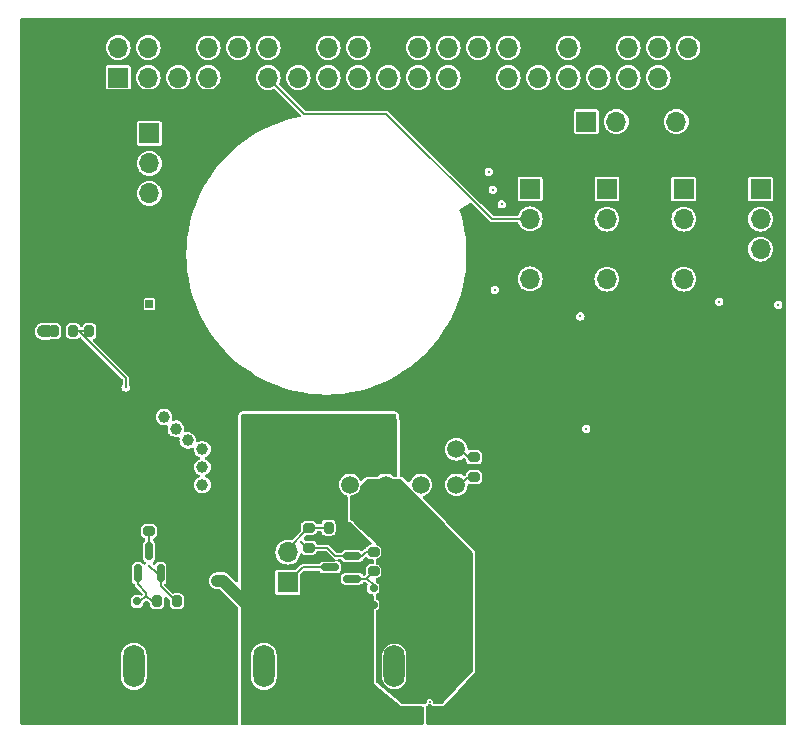
<source format=gbs>
G04 #@! TF.GenerationSoftware,KiCad,Pcbnew,8.0.8*
G04 #@! TF.CreationDate,2025-02-11T20:33:10+01:00*
G04 #@! TF.ProjectId,power_motherboard,706f7765-725f-46d6-9f74-686572626f61,rev?*
G04 #@! TF.SameCoordinates,Original*
G04 #@! TF.FileFunction,Soldermask,Bot*
G04 #@! TF.FilePolarity,Negative*
%FSLAX46Y46*%
G04 Gerber Fmt 4.6, Leading zero omitted, Abs format (unit mm)*
G04 Created by KiCad (PCBNEW 8.0.8) date 2025-02-11 20:33:10*
%MOMM*%
%LPD*%
G01*
G04 APERTURE LIST*
G04 Aperture macros list*
%AMRoundRect*
0 Rectangle with rounded corners*
0 $1 Rounding radius*
0 $2 $3 $4 $5 $6 $7 $8 $9 X,Y pos of 4 corners*
0 Add a 4 corners polygon primitive as box body*
4,1,4,$2,$3,$4,$5,$6,$7,$8,$9,$2,$3,0*
0 Add four circle primitives for the rounded corners*
1,1,$1+$1,$2,$3*
1,1,$1+$1,$4,$5*
1,1,$1+$1,$6,$7*
1,1,$1+$1,$8,$9*
0 Add four rect primitives between the rounded corners*
20,1,$1+$1,$2,$3,$4,$5,0*
20,1,$1+$1,$4,$5,$6,$7,0*
20,1,$1+$1,$6,$7,$8,$9,0*
20,1,$1+$1,$8,$9,$2,$3,0*%
G04 Aperture macros list end*
%ADD10C,2.700000*%
%ADD11C,3.400000*%
%ADD12R,0.640000X0.640000*%
%ADD13C,0.640000*%
%ADD14R,1.700000X1.700000*%
%ADD15O,1.700000X1.700000*%
%ADD16RoundRect,0.250000X0.650000X1.550000X-0.650000X1.550000X-0.650000X-1.550000X0.650000X-1.550000X0*%
%ADD17O,1.800000X3.600000*%
%ADD18C,1.000000*%
%ADD19RoundRect,0.250001X-0.499999X-0.499999X0.499999X-0.499999X0.499999X0.499999X-0.499999X0.499999X0*%
%ADD20C,1.500000*%
%ADD21RoundRect,0.150000X0.150000X-0.587500X0.150000X0.587500X-0.150000X0.587500X-0.150000X-0.587500X0*%
%ADD22RoundRect,0.150000X0.200000X-0.150000X0.200000X0.150000X-0.200000X0.150000X-0.200000X-0.150000X0*%
%ADD23RoundRect,0.150000X0.587500X0.150000X-0.587500X0.150000X-0.587500X-0.150000X0.587500X-0.150000X0*%
%ADD24RoundRect,0.200000X0.200000X0.275000X-0.200000X0.275000X-0.200000X-0.275000X0.200000X-0.275000X0*%
%ADD25RoundRect,0.200000X-0.275000X0.200000X-0.275000X-0.200000X0.275000X-0.200000X0.275000X0.200000X0*%
%ADD26RoundRect,0.150000X-0.150000X-0.200000X0.150000X-0.200000X0.150000X0.200000X-0.150000X0.200000X0*%
%ADD27RoundRect,0.200000X0.275000X-0.200000X0.275000X0.200000X-0.275000X0.200000X-0.275000X-0.200000X0*%
%ADD28RoundRect,0.200000X-0.200000X-0.275000X0.200000X-0.275000X0.200000X0.275000X-0.200000X0.275000X0*%
G04 #@! TA.AperFunction,ComponentPad*
%ADD29R,0.640000X0.640000*%
G04 #@! TD*
G04 #@! TA.AperFunction,ComponentPad*
%ADD30C,0.640000*%
G04 #@! TD*
G04 #@! TA.AperFunction,ComponentPad*
%ADD31R,1.700000X1.700000*%
G04 #@! TD*
G04 #@! TA.AperFunction,ComponentPad*
%ADD32O,1.700000X1.700000*%
G04 #@! TD*
G04 #@! TA.AperFunction,ComponentPad*
%ADD33RoundRect,0.250000X0.650000X1.550000X-0.650000X1.550000X-0.650000X-1.550000X0.650000X-1.550000X0*%
G04 #@! TD*
G04 #@! TA.AperFunction,ComponentPad*
%ADD34O,1.800000X3.600000*%
G04 #@! TD*
G04 #@! TA.AperFunction,ComponentPad*
%ADD35RoundRect,0.250001X-0.499999X-0.499999X0.499999X-0.499999X0.499999X0.499999X-0.499999X0.499999X0*%
G04 #@! TD*
G04 #@! TA.AperFunction,ComponentPad*
%ADD36C,1.500000*%
G04 #@! TD*
G04 #@! TA.AperFunction,SMDPad,CuDef*
%ADD37RoundRect,0.150000X0.150000X-0.587500X0.150000X0.587500X-0.150000X0.587500X-0.150000X-0.587500X0*%
G04 #@! TD*
G04 #@! TA.AperFunction,SMDPad,CuDef*
%ADD38RoundRect,0.150000X0.200000X-0.150000X0.200000X0.150000X-0.200000X0.150000X-0.200000X-0.150000X0*%
G04 #@! TD*
G04 #@! TA.AperFunction,SMDPad,CuDef*
%ADD39RoundRect,0.150000X0.587500X0.150000X-0.587500X0.150000X-0.587500X-0.150000X0.587500X-0.150000X0*%
G04 #@! TD*
G04 #@! TA.AperFunction,SMDPad,CuDef*
%ADD40RoundRect,0.200000X0.200000X0.275000X-0.200000X0.275000X-0.200000X-0.275000X0.200000X-0.275000X0*%
G04 #@! TD*
G04 #@! TA.AperFunction,SMDPad,CuDef*
%ADD41RoundRect,0.200000X-0.275000X0.200000X-0.275000X-0.200000X0.275000X-0.200000X0.275000X0.200000X0*%
G04 #@! TD*
G04 #@! TA.AperFunction,SMDPad,CuDef*
%ADD42RoundRect,0.150000X-0.150000X-0.200000X0.150000X-0.200000X0.150000X0.200000X-0.150000X0.200000X0*%
G04 #@! TD*
G04 #@! TA.AperFunction,SMDPad,CuDef*
%ADD43RoundRect,0.200000X0.275000X-0.200000X0.275000X0.200000X-0.275000X0.200000X-0.275000X-0.200000X0*%
G04 #@! TD*
G04 #@! TA.AperFunction,SMDPad,CuDef*
%ADD44RoundRect,0.200000X-0.200000X-0.275000X0.200000X-0.275000X0.200000X0.275000X-0.200000X0.275000X0*%
G04 #@! TD*
G04 #@! TA.AperFunction,ViaPad*
%ADD45C,0.300000*%
G04 #@! TD*
G04 #@! TA.AperFunction,ViaPad*
%ADD46C,1.000000*%
G04 #@! TD*
G04 #@! TA.AperFunction,Conductor*
%ADD47C,0.127000*%
G04 #@! TD*
G04 #@! TA.AperFunction,Conductor*
%ADD48C,1.000000*%
G04 #@! TD*
G04 APERTURE END LIST*
D10*
X161500000Y-47500000D03*
D11*
X116000000Y-73750000D03*
X136000000Y-73750000D03*
X116000000Y-53750000D03*
X136000000Y-53750000D03*
D12*
X111000000Y-67950000D03*
D13*
X111000000Y-66680000D03*
D14*
X156250000Y-58210000D03*
D15*
X156250000Y-60750000D03*
X156250000Y-63290000D03*
X156250000Y-65830000D03*
D14*
X143250000Y-58200000D03*
D15*
X143250000Y-60740000D03*
X143250000Y-63280000D03*
X143250000Y-65820000D03*
D16*
X135560000Y-98625000D03*
D17*
X131750000Y-98625000D03*
D14*
X111000000Y-53500000D03*
D15*
X111000000Y-56040000D03*
X111000000Y-58580000D03*
X111000000Y-61120000D03*
D14*
X162750000Y-58210000D03*
D15*
X162750000Y-60750000D03*
X162750000Y-63290000D03*
X162750000Y-65830000D03*
D16*
X113500000Y-98625000D03*
D17*
X109690000Y-98625000D03*
D16*
X124500000Y-98625000D03*
D17*
X120690000Y-98625000D03*
D10*
X103500000Y-96500000D03*
X103500000Y-47500000D03*
D18*
X125000000Y-84190000D03*
X140000000Y-84190000D03*
D19*
X128000000Y-80250000D03*
D20*
X131000000Y-80250000D03*
X134000000Y-80250000D03*
X137000000Y-80250000D03*
X128000000Y-83250000D03*
X131000000Y-83250000D03*
X134000000Y-83250000D03*
X137000000Y-83250000D03*
D10*
X161500000Y-96500000D03*
D14*
X148000000Y-52500000D03*
D15*
X150540000Y-52500000D03*
X153080000Y-52500000D03*
X155620000Y-52500000D03*
D14*
X149750000Y-58210000D03*
D15*
X149750000Y-60750000D03*
X149750000Y-63290000D03*
X149750000Y-65830000D03*
D14*
X122725000Y-91500000D03*
D15*
X122725000Y-88960000D03*
D14*
X108370000Y-48770000D03*
D15*
X108370000Y-46230000D03*
X110910000Y-48770000D03*
X110910000Y-46230000D03*
X113450000Y-48770000D03*
X113450000Y-46230000D03*
X115990000Y-48770000D03*
X115990000Y-46230000D03*
X118530000Y-48770000D03*
X118530000Y-46230000D03*
X121070000Y-48770000D03*
X121070000Y-46230000D03*
X123610000Y-48770000D03*
X123610000Y-46230000D03*
X126150000Y-48770000D03*
X126150000Y-46230000D03*
X128690000Y-48770000D03*
X128690000Y-46230000D03*
X131230000Y-48770000D03*
X131230000Y-46230000D03*
X133770000Y-48770000D03*
X133770000Y-46230000D03*
X136310000Y-48770000D03*
X136310000Y-46230000D03*
X138850000Y-48770000D03*
X138850000Y-46230000D03*
X141390000Y-48770000D03*
X141390000Y-46230000D03*
X143930000Y-48770000D03*
X143930000Y-46230000D03*
X146470000Y-48770000D03*
X146470000Y-46230000D03*
X149010000Y-48770000D03*
X149010000Y-46230000D03*
X151550000Y-48770000D03*
X151550000Y-46230000D03*
X154090000Y-48770000D03*
X154090000Y-46230000D03*
X156630000Y-48770000D03*
X156630000Y-46230000D03*
D21*
X111950000Y-90750000D03*
X110050000Y-90750000D03*
X111000000Y-88875000D03*
D22*
X130000000Y-92000000D03*
X130000000Y-93400000D03*
D23*
X128187500Y-89300000D03*
X128187500Y-91200000D03*
X126312500Y-90250000D03*
D24*
X104575000Y-70250000D03*
X102925000Y-70250000D03*
D25*
X138500000Y-80925000D03*
X138500000Y-82575000D03*
D26*
X109950000Y-93125000D03*
X108550000Y-93125000D03*
D27*
X124500000Y-88575000D03*
X124500000Y-86925000D03*
D28*
X105925000Y-70250000D03*
X107575000Y-70250000D03*
D27*
X111000000Y-87150000D03*
X111000000Y-85500000D03*
D24*
X113325000Y-93125000D03*
X111675000Y-93125000D03*
D25*
X130000000Y-88925000D03*
X130000000Y-90575000D03*
D28*
X126175000Y-86875000D03*
X127825000Y-86875000D03*
D29*
X111000000Y-67950000D03*
D30*
X111000000Y-66680000D03*
D31*
X156250000Y-58210000D03*
D32*
X156250000Y-60750000D03*
X156250000Y-63290000D03*
X156250000Y-65830000D03*
D31*
X143250000Y-58200000D03*
D32*
X143250000Y-60740000D03*
X143250000Y-63280000D03*
X143250000Y-65820000D03*
D33*
X135560000Y-98625000D03*
D34*
X131750000Y-98625000D03*
D31*
X111000000Y-53500000D03*
D32*
X111000000Y-56040000D03*
X111000000Y-58580000D03*
X111000000Y-61120000D03*
D31*
X162750000Y-58210000D03*
D32*
X162750000Y-60750000D03*
X162750000Y-63290000D03*
X162750000Y-65830000D03*
D33*
X113500000Y-98625000D03*
D34*
X109690000Y-98625000D03*
D33*
X124500000Y-98625000D03*
D34*
X120690000Y-98625000D03*
D35*
X128000000Y-80250000D03*
D36*
X131000000Y-80250000D03*
X134000000Y-80250000D03*
X137000000Y-80250000D03*
X128000000Y-83250000D03*
X131000000Y-83250000D03*
X134000000Y-83250000D03*
X137000000Y-83250000D03*
D31*
X148000000Y-52500000D03*
D32*
X150540000Y-52500000D03*
X153080000Y-52500000D03*
X155620000Y-52500000D03*
D31*
X149750000Y-58210000D03*
D32*
X149750000Y-60750000D03*
X149750000Y-63290000D03*
X149750000Y-65830000D03*
D31*
X122725000Y-91500000D03*
D32*
X122725000Y-88960000D03*
D31*
X108370000Y-48770000D03*
D32*
X108370000Y-46230000D03*
X110910000Y-48770000D03*
X110910000Y-46230000D03*
X113450000Y-48770000D03*
X113450000Y-46230000D03*
X115990000Y-48770000D03*
X115990000Y-46230000D03*
X118530000Y-48770000D03*
X118530000Y-46230000D03*
X121070000Y-48770000D03*
X121070000Y-46230000D03*
X123610000Y-48770000D03*
X123610000Y-46230000D03*
X126150000Y-48770000D03*
X126150000Y-46230000D03*
X128690000Y-48770000D03*
X128690000Y-46230000D03*
X131230000Y-48770000D03*
X131230000Y-46230000D03*
X133770000Y-48770000D03*
X133770000Y-46230000D03*
X136310000Y-48770000D03*
X136310000Y-46230000D03*
X138850000Y-48770000D03*
X138850000Y-46230000D03*
X141390000Y-48770000D03*
X141390000Y-46230000D03*
X143930000Y-48770000D03*
X143930000Y-46230000D03*
X146470000Y-48770000D03*
X146470000Y-46230000D03*
X149010000Y-48770000D03*
X149010000Y-46230000D03*
X151550000Y-48770000D03*
X151550000Y-46230000D03*
X154090000Y-48770000D03*
X154090000Y-46230000D03*
X156630000Y-48770000D03*
X156630000Y-46230000D03*
D37*
X111950000Y-90750000D03*
X110050000Y-90750000D03*
X111000000Y-88875000D03*
D38*
X130000000Y-92000000D03*
X130000000Y-93400000D03*
D39*
X128187500Y-89300000D03*
X128187500Y-91200000D03*
X126312500Y-90250000D03*
D40*
X104575000Y-70250000D03*
X102925000Y-70250000D03*
D41*
X138500000Y-80925000D03*
X138500000Y-82575000D03*
D42*
X109950000Y-93125000D03*
X108550000Y-93125000D03*
D43*
X124500000Y-88575000D03*
X124500000Y-86925000D03*
D44*
X105925000Y-70250000D03*
X107575000Y-70250000D03*
D43*
X111000000Y-87150000D03*
X111000000Y-85500000D03*
D40*
X113325000Y-93125000D03*
X111675000Y-93125000D03*
D41*
X130000000Y-88925000D03*
X130000000Y-90575000D03*
D44*
X126175000Y-86875000D03*
X127825000Y-86875000D03*
D45*
X140250000Y-66750000D03*
X140090000Y-58250000D03*
X147500000Y-69000000D03*
X139750000Y-56750000D03*
X140840000Y-59500000D03*
X159250000Y-67750000D03*
X164250000Y-68000000D03*
X138500000Y-60750000D03*
X115000000Y-93500000D03*
X158500000Y-99000000D03*
X105000000Y-71250000D03*
X140000000Y-68000000D03*
X101750000Y-102000000D03*
X111500000Y-70500000D03*
X157500000Y-71500000D03*
X134750000Y-102625000D03*
X146500000Y-69250000D03*
X145600000Y-82600000D03*
X108000000Y-72250000D03*
X106500000Y-75250000D03*
X115500000Y-77250000D03*
X110400000Y-88000000D03*
X101500000Y-84750000D03*
X106500000Y-73250000D03*
X149135000Y-78615000D03*
X148750000Y-72000000D03*
X132250000Y-77500000D03*
X113750000Y-76000000D03*
X111600000Y-86000000D03*
X105750000Y-91375000D03*
X141500000Y-72750000D03*
X164000000Y-93000000D03*
X154500000Y-67500000D03*
X105500000Y-69000000D03*
X112500000Y-67750000D03*
X145600000Y-84000000D03*
X102250000Y-84750000D03*
X145750000Y-76150000D03*
X109200000Y-102400000D03*
X151000000Y-73000000D03*
X100750000Y-84750000D03*
X140250000Y-82500000D03*
X151500000Y-75500000D03*
X108500000Y-70250000D03*
X150500000Y-90500000D03*
X143250000Y-77000000D03*
X145750000Y-73750000D03*
X105250000Y-69500000D03*
X163500000Y-78000000D03*
X159250000Y-78000000D03*
X103750000Y-73750000D03*
X139250000Y-88375000D03*
X105500000Y-68250000D03*
X145400000Y-85600000D03*
X102200000Y-92600000D03*
X157000000Y-67500000D03*
X114750000Y-94275000D03*
X134750000Y-101625000D03*
X150500000Y-82500000D03*
X151000000Y-69500000D03*
X114250000Y-67250000D03*
X147000000Y-87600000D03*
X124750000Y-93250000D03*
X128750000Y-95375000D03*
X116750000Y-91375000D03*
X124400000Y-102800000D03*
X125859264Y-87857594D03*
X127750000Y-93500000D03*
X125400000Y-89400000D03*
X125000000Y-91000000D03*
X127750000Y-90500000D03*
X133200000Y-103000000D03*
X123600000Y-93000000D03*
X128750000Y-92500000D03*
X111000000Y-90125000D03*
X123812147Y-88062147D03*
X111000000Y-87750000D03*
D46*
X112250000Y-77500000D03*
X115500000Y-83250000D03*
X113250000Y-78500000D03*
X115500000Y-80250000D03*
X115500000Y-81750000D03*
X114250000Y-79500000D03*
D45*
X148000000Y-78500000D03*
D46*
X102000000Y-70250000D03*
D45*
X109000000Y-75000000D03*
D47*
X111250000Y-93125000D02*
X111675000Y-93125000D01*
X110750000Y-92625000D02*
X111250000Y-93125000D01*
X109950000Y-93125000D02*
X110250000Y-93125000D01*
X111675000Y-93125000D02*
X111675000Y-92962500D01*
X110050000Y-91675000D02*
X110050000Y-90750000D01*
X110750000Y-92375000D02*
X110050000Y-91675000D01*
X110250000Y-93125000D02*
X110750000Y-92625000D01*
X110750000Y-92625000D02*
X110750000Y-92375000D01*
D48*
X158107000Y-45618206D02*
X158107000Y-47293000D01*
X106893000Y-50247000D02*
X106820000Y-50174000D01*
X123610000Y-46230000D02*
X122133000Y-44753000D01*
X158107000Y-47293000D02*
X156630000Y-48770000D01*
X147533000Y-44753000D02*
X145407000Y-44753000D01*
X145407000Y-44753000D02*
X143930000Y-46230000D01*
X110053000Y-62067000D02*
X110053000Y-84603000D01*
X129753000Y-44753000D02*
X125087000Y-44753000D01*
X111000000Y-61120000D02*
X110053000Y-62067000D01*
D47*
X135500000Y-78250000D02*
X133500000Y-80250000D01*
D48*
X157241794Y-44753000D02*
X158107000Y-45618206D01*
D47*
X110000000Y-94375000D02*
X108750000Y-94375000D01*
D48*
X110053000Y-84603000D02*
X111000000Y-85550000D01*
X149750000Y-63290000D02*
X153080000Y-59960000D01*
X106820000Y-45587968D02*
X107727968Y-44680000D01*
X131230000Y-46230000D02*
X132707000Y-44753000D01*
X111000000Y-61120000D02*
X114061794Y-58058206D01*
D47*
X111250000Y-95625000D02*
X110000000Y-94375000D01*
D48*
X132707000Y-44753000D02*
X142453000Y-44753000D01*
X151530000Y-54050000D02*
X153080000Y-52500000D01*
X107727968Y-44680000D02*
X111900000Y-44680000D01*
X153080000Y-59960000D02*
X153080000Y-52500000D01*
X106820000Y-50174000D02*
X106820000Y-45587968D01*
X125087000Y-44753000D02*
X123610000Y-46230000D01*
X111900000Y-44680000D02*
X113450000Y-46230000D01*
X144130000Y-54050000D02*
X151530000Y-54050000D01*
X149750000Y-63290000D02*
X156250000Y-63290000D01*
X118078794Y-48770000D02*
X118530000Y-48770000D01*
X153080000Y-52320000D02*
X156630000Y-48770000D01*
X153080000Y-52500000D02*
X153080000Y-52320000D01*
D47*
X108750000Y-93125000D02*
X108550000Y-93125000D01*
D48*
X150487000Y-44753000D02*
X157241794Y-44753000D01*
X149010000Y-46230000D02*
X147533000Y-44753000D01*
D47*
X108500000Y-70250000D02*
X107575000Y-70250000D01*
X107575000Y-70250000D02*
X107575000Y-70105000D01*
D48*
X118530000Y-48770000D02*
X117053000Y-50247000D01*
D47*
X112750000Y-95625000D02*
X111250000Y-95625000D01*
D48*
X149740000Y-63280000D02*
X149750000Y-63290000D01*
D47*
X113500000Y-98625000D02*
X113500000Y-96375000D01*
D48*
X131230000Y-46230000D02*
X129753000Y-44753000D01*
X117053000Y-50247000D02*
X106893000Y-50247000D01*
D47*
X113500000Y-96375000D02*
X112750000Y-95625000D01*
D48*
X143250000Y-63280000D02*
X149740000Y-63280000D01*
X114061794Y-52787000D02*
X118078794Y-48770000D01*
D47*
X142250000Y-78250000D02*
X135500000Y-78250000D01*
D48*
X142453000Y-44753000D02*
X143930000Y-46230000D01*
X114061794Y-58058206D02*
X114061794Y-52787000D01*
X138850000Y-48770000D02*
X144130000Y-54050000D01*
X122133000Y-44753000D02*
X114927000Y-44753000D01*
D47*
X110000000Y-94375000D02*
X108750000Y-93125000D01*
X107575000Y-70105000D02*
X111000000Y-66680000D01*
X108750000Y-94375000D02*
X105750000Y-91375000D01*
D48*
X149010000Y-46230000D02*
X150487000Y-44753000D01*
X114927000Y-44753000D02*
X113450000Y-46230000D01*
D47*
X129625000Y-90450000D02*
X129750000Y-90325000D01*
X128387500Y-91000000D02*
X128187500Y-91200000D01*
X129375000Y-91200000D02*
X129200000Y-91200000D01*
X130000000Y-90575000D02*
X129375000Y-91200000D01*
X129450000Y-91200000D02*
X129200000Y-91200000D01*
X129200000Y-91200000D02*
X128187500Y-91200000D01*
X130000000Y-91750000D02*
X129450000Y-91200000D01*
X130000000Y-92000000D02*
X130000000Y-91750000D01*
X128750000Y-91000000D02*
X128387500Y-91000000D01*
X130000000Y-93400000D02*
X124800000Y-93400000D01*
D48*
X117250000Y-91375000D02*
X116750000Y-91375000D01*
D47*
X128075000Y-86875000D02*
X128259500Y-87059500D01*
D48*
X124500000Y-98625000D02*
X122037500Y-96162500D01*
D47*
X124800000Y-93400000D02*
X122037500Y-96162500D01*
D48*
X122037500Y-96162500D02*
X117250000Y-91375000D01*
D47*
X113250000Y-93125000D02*
X111950000Y-91825000D01*
X111625000Y-90750000D02*
X111000000Y-90125000D01*
X111950000Y-91825000D02*
X111950000Y-90750000D01*
X113325000Y-93125000D02*
X113250000Y-93125000D01*
X111950000Y-90750000D02*
X111625000Y-90750000D01*
X124500000Y-88575000D02*
X126075000Y-88575000D01*
X123812147Y-88062147D02*
X123812853Y-88062147D01*
X128187500Y-89300000D02*
X128237500Y-89250000D01*
X126075000Y-88575000D02*
X126750000Y-89250000D01*
X128137500Y-89250000D02*
X128187500Y-89300000D01*
X129000000Y-89250000D02*
X129325000Y-88925000D01*
X126750000Y-89250000D02*
X128137500Y-89250000D01*
X128237500Y-89250000D02*
X129000000Y-89250000D01*
X129325000Y-88925000D02*
X130000000Y-88925000D01*
X123812147Y-88062147D02*
X124325000Y-88575000D01*
X111000000Y-88875000D02*
X111000000Y-87200000D01*
X125075000Y-86875000D02*
X125000000Y-86950000D01*
X124468460Y-86925000D02*
X125000000Y-86925000D01*
X122725000Y-88960000D02*
X122725000Y-88668460D01*
X123000000Y-88665000D02*
X123290000Y-88665000D01*
X126425000Y-86875000D02*
X125075000Y-86875000D01*
X122725000Y-88668460D02*
X124468460Y-86925000D01*
X122725000Y-91500000D02*
X123975000Y-90250000D01*
X123975000Y-90250000D02*
X126312500Y-90250000D01*
X137325000Y-80250000D02*
X138000000Y-80925000D01*
X136500000Y-80250000D02*
X137325000Y-80250000D01*
X137325000Y-83250000D02*
X136500000Y-83250000D01*
X138000000Y-82575000D02*
X137325000Y-83250000D01*
D48*
X102425000Y-70250000D02*
X102000000Y-70250000D01*
D47*
X143250000Y-60740000D02*
X139990000Y-60740000D01*
X131081146Y-51831146D02*
X124131146Y-51831146D01*
X124131146Y-51831146D02*
X121070000Y-48770000D01*
X139990000Y-60740000D02*
X131081146Y-51831146D01*
X109000000Y-75000000D02*
X109000000Y-74196185D01*
X104575000Y-70250000D02*
X105925000Y-70250000D01*
X105053815Y-70250000D02*
X104575000Y-70250000D01*
X109000000Y-74196185D02*
X105053815Y-70250000D01*
G04 #@! TA.AperFunction,Conductor*
G36*
X131856581Y-77269685D02*
G01*
X131902336Y-77322489D01*
X131912280Y-77391647D01*
X131912015Y-77393398D01*
X131895131Y-77499998D01*
X131895131Y-77500002D01*
X131912498Y-77609658D01*
X131912500Y-77609661D01*
X131962905Y-77708587D01*
X131963677Y-77709359D01*
X131964315Y-77710527D01*
X131968644Y-77716486D01*
X131967874Y-77717045D01*
X131997164Y-77770678D01*
X132000000Y-77797044D01*
X132000000Y-82470500D01*
X131980315Y-82537539D01*
X131927511Y-82583294D01*
X131876000Y-82594500D01*
X131743920Y-82594500D01*
X131676881Y-82574815D01*
X131665260Y-82566357D01*
X131612231Y-82522836D01*
X131530626Y-82455864D01*
X131530623Y-82455862D01*
X131365502Y-82367604D01*
X131186333Y-82313253D01*
X131186331Y-82313252D01*
X131000000Y-82294901D01*
X130813668Y-82313252D01*
X130813666Y-82313253D01*
X130634497Y-82367604D01*
X130469376Y-82455862D01*
X130469373Y-82455864D01*
X130369854Y-82537539D01*
X130334743Y-82566353D01*
X130270436Y-82593666D01*
X130256080Y-82594500D01*
X129451361Y-82594500D01*
X129429381Y-82595678D01*
X129403034Y-82598511D01*
X129403032Y-82598512D01*
X129326521Y-82622470D01*
X129326518Y-82622471D01*
X129326516Y-82622471D01*
X129326511Y-82622474D01*
X129265200Y-82655952D01*
X129265192Y-82655957D01*
X129218382Y-82690998D01*
X129218371Y-82691008D01*
X129050251Y-82859127D01*
X128988927Y-82892611D01*
X128919236Y-82887627D01*
X128863302Y-82845755D01*
X128853212Y-82829898D01*
X128794137Y-82719376D01*
X128794135Y-82719373D01*
X128675357Y-82574642D01*
X128530626Y-82455864D01*
X128530623Y-82455862D01*
X128365502Y-82367604D01*
X128186333Y-82313253D01*
X128186331Y-82313252D01*
X128000000Y-82294901D01*
X127813668Y-82313252D01*
X127813666Y-82313253D01*
X127634497Y-82367604D01*
X127469376Y-82455862D01*
X127469373Y-82455864D01*
X127324642Y-82574642D01*
X127205864Y-82719373D01*
X127205862Y-82719376D01*
X127117604Y-82884497D01*
X127063253Y-83063666D01*
X127063252Y-83063668D01*
X127044901Y-83250000D01*
X127063252Y-83436331D01*
X127063253Y-83436333D01*
X127117604Y-83615502D01*
X127205862Y-83780623D01*
X127205864Y-83780626D01*
X127324642Y-83925357D01*
X127469373Y-84044135D01*
X127469376Y-84044137D01*
X127558546Y-84091798D01*
X127634499Y-84132396D01*
X127706496Y-84154236D01*
X127764934Y-84192533D01*
X127793390Y-84256345D01*
X127794500Y-84272896D01*
X127794500Y-86145146D01*
X127795717Y-86163715D01*
X127796258Y-86171973D01*
X127800481Y-86204053D01*
X127800482Y-86204059D01*
X127800483Y-86204061D01*
X127804114Y-86214354D01*
X127828751Y-86284191D01*
X127865110Y-86343845D01*
X127865112Y-86343848D01*
X127865115Y-86343852D01*
X127902355Y-86388957D01*
X127915698Y-86401087D01*
X127953480Y-86428304D01*
X128002186Y-86455595D01*
X128002189Y-86455596D01*
X128002194Y-86455599D01*
X128018023Y-86462239D01*
X128022462Y-86464203D01*
X128024219Y-86465022D01*
X128024223Y-86465025D01*
X128075901Y-86489122D01*
X128128337Y-86535292D01*
X128135875Y-86549097D01*
X128150102Y-86579606D01*
X128150105Y-86579611D01*
X128170865Y-86614601D01*
X128199838Y-86653952D01*
X128199839Y-86653954D01*
X128214348Y-86670041D01*
X128227088Y-86684168D01*
X129794127Y-88108748D01*
X129830490Y-88168408D01*
X129828826Y-88238258D01*
X129789663Y-88296120D01*
X129725434Y-88323623D01*
X129710721Y-88324500D01*
X129693484Y-88324500D01*
X129617345Y-88336558D01*
X129599696Y-88339354D01*
X129486658Y-88396950D01*
X129486657Y-88396951D01*
X129486652Y-88396954D01*
X129396954Y-88486652D01*
X129396951Y-88486657D01*
X129390152Y-88500000D01*
X126373352Y-88500000D01*
X126224544Y-88351192D01*
X126127513Y-88311000D01*
X125267869Y-88311000D01*
X125200830Y-88291315D01*
X125157385Y-88243296D01*
X125103050Y-88136658D01*
X125103046Y-88136654D01*
X125103045Y-88136652D01*
X125013347Y-88046954D01*
X125013344Y-88046952D01*
X125013342Y-88046950D01*
X124936517Y-88007805D01*
X124900301Y-87989352D01*
X124806524Y-87974500D01*
X124236851Y-87974500D01*
X124169812Y-87954815D01*
X124126366Y-87906795D01*
X124099242Y-87853560D01*
X124099238Y-87853556D01*
X124099237Y-87853554D01*
X124093928Y-87848245D01*
X124060443Y-87786922D01*
X124065427Y-87717230D01*
X124093926Y-87672884D01*
X124204993Y-87561817D01*
X124266316Y-87528333D01*
X124292674Y-87525499D01*
X124806517Y-87525499D01*
X124806518Y-87525499D01*
X124900304Y-87510646D01*
X125013342Y-87453050D01*
X125103050Y-87363342D01*
X125160646Y-87250304D01*
X125161707Y-87243601D01*
X125191636Y-87180468D01*
X125250948Y-87143536D01*
X125284181Y-87139000D01*
X125461860Y-87139000D01*
X125528899Y-87158685D01*
X125574654Y-87211489D01*
X125584333Y-87243601D01*
X125589354Y-87275304D01*
X125646950Y-87388342D01*
X125646952Y-87388344D01*
X125646954Y-87388347D01*
X125736652Y-87478045D01*
X125736654Y-87478046D01*
X125736658Y-87478050D01*
X125849694Y-87535645D01*
X125849698Y-87535647D01*
X125943475Y-87550499D01*
X125943481Y-87550500D01*
X126406518Y-87550499D01*
X126500304Y-87535646D01*
X126613342Y-87478050D01*
X126703050Y-87388342D01*
X126760646Y-87275304D01*
X126760646Y-87275302D01*
X126760647Y-87275301D01*
X126775499Y-87181524D01*
X126775500Y-87181519D01*
X126775499Y-86568482D01*
X126760646Y-86474696D01*
X126703050Y-86361658D01*
X126703046Y-86361654D01*
X126703045Y-86361652D01*
X126613347Y-86271954D01*
X126613344Y-86271952D01*
X126613342Y-86271950D01*
X126536517Y-86232805D01*
X126500301Y-86214352D01*
X126406524Y-86199500D01*
X125943482Y-86199500D01*
X125862519Y-86212323D01*
X125849696Y-86214354D01*
X125736658Y-86271950D01*
X125736657Y-86271951D01*
X125736652Y-86271954D01*
X125646954Y-86361652D01*
X125646951Y-86361657D01*
X125646950Y-86361658D01*
X125594518Y-86464562D01*
X125589353Y-86474698D01*
X125584332Y-86506399D01*
X125554402Y-86569533D01*
X125495091Y-86606464D01*
X125461859Y-86611000D01*
X125242393Y-86611000D01*
X125175354Y-86591315D01*
X125131909Y-86543296D01*
X125119841Y-86519612D01*
X125103050Y-86486658D01*
X125103047Y-86486655D01*
X125103045Y-86486652D01*
X125013347Y-86396954D01*
X125013344Y-86396952D01*
X125013342Y-86396950D01*
X124909132Y-86343852D01*
X124900301Y-86339352D01*
X124806524Y-86324500D01*
X124193482Y-86324500D01*
X124112519Y-86337323D01*
X124099696Y-86339354D01*
X123986658Y-86396950D01*
X123986657Y-86396951D01*
X123986652Y-86396954D01*
X123896954Y-86486652D01*
X123896951Y-86486657D01*
X123896950Y-86486658D01*
X123877751Y-86524337D01*
X123839352Y-86599698D01*
X123824500Y-86693475D01*
X123824500Y-87144243D01*
X123804815Y-87211282D01*
X123788181Y-87231924D01*
X123109680Y-87910425D01*
X123048357Y-87943910D01*
X122986005Y-87941405D01*
X122930932Y-87924699D01*
X122930933Y-87924699D01*
X122745282Y-87906414D01*
X122725000Y-87904417D01*
X122724999Y-87904417D01*
X122519067Y-87924699D01*
X122354895Y-87974500D01*
X122334345Y-87980734D01*
X122321043Y-87984769D01*
X122210898Y-88043643D01*
X122138550Y-88082315D01*
X122138548Y-88082316D01*
X122138547Y-88082317D01*
X121978589Y-88213589D01*
X121847317Y-88373547D01*
X121847315Y-88373550D01*
X121834807Y-88396951D01*
X121779725Y-88500000D01*
X118750000Y-88500000D01*
X118750000Y-77374000D01*
X118769685Y-77306961D01*
X118822489Y-77261206D01*
X118874000Y-77250000D01*
X131789542Y-77250000D01*
X131856581Y-77269685D01*
G37*
G04 #@! TD.AperFunction*
G04 #@! TA.AperFunction,Conductor*
G36*
X132414482Y-82819685D02*
G01*
X132436550Y-82837768D01*
X133199821Y-83626482D01*
X133218101Y-83650713D01*
X133286177Y-83768623D01*
X133409603Y-83905702D01*
X133558833Y-84014124D01*
X133558834Y-84014124D01*
X133558835Y-84014125D01*
X133565210Y-84016964D01*
X133603879Y-84044010D01*
X136011719Y-86532110D01*
X138365108Y-88963944D01*
X138397582Y-89025806D01*
X138400000Y-89050175D01*
X138400000Y-98951306D01*
X138380315Y-99018345D01*
X138366866Y-99035682D01*
X136958394Y-100552499D01*
X135931530Y-101658353D01*
X135836794Y-101760376D01*
X135776753Y-101796108D01*
X135745928Y-101800000D01*
X135148701Y-101800000D01*
X135081662Y-101780315D01*
X135035907Y-101727511D01*
X135025963Y-101658353D01*
X135026585Y-101654467D01*
X135031781Y-101624999D01*
X135014788Y-101528627D01*
X135014788Y-101528625D01*
X134965857Y-101443875D01*
X134965853Y-101443872D01*
X134890889Y-101380968D01*
X134798933Y-101347500D01*
X134798931Y-101347500D01*
X134701069Y-101347500D01*
X134701066Y-101347500D01*
X134609115Y-101380967D01*
X134609108Y-101380971D01*
X134534145Y-101443872D01*
X134534140Y-101443878D01*
X134485213Y-101528622D01*
X134485211Y-101528627D01*
X134468219Y-101624999D01*
X134473415Y-101654467D01*
X134465671Y-101723906D01*
X134421615Y-101778136D01*
X134355234Y-101799938D01*
X134351299Y-101800000D01*
X132444263Y-101800000D01*
X132377224Y-101780315D01*
X132365742Y-101771971D01*
X132351570Y-101760376D01*
X130245479Y-100037210D01*
X130206058Y-99979523D01*
X130200000Y-99941239D01*
X130200000Y-97623795D01*
X130722500Y-97623795D01*
X130722500Y-99626204D01*
X130761984Y-99824703D01*
X130761986Y-99824711D01*
X130839439Y-100011701D01*
X130839444Y-100011710D01*
X130951887Y-100179992D01*
X130951890Y-100179996D01*
X131095003Y-100323109D01*
X131095007Y-100323112D01*
X131263289Y-100435555D01*
X131263295Y-100435558D01*
X131263296Y-100435559D01*
X131450289Y-100513014D01*
X131648795Y-100552499D01*
X131648799Y-100552500D01*
X131648800Y-100552500D01*
X131851201Y-100552500D01*
X131851202Y-100552499D01*
X132049711Y-100513014D01*
X132236704Y-100435559D01*
X132404993Y-100323112D01*
X132548112Y-100179993D01*
X132660559Y-100011704D01*
X132738014Y-99824711D01*
X132777500Y-99626200D01*
X132777500Y-97623800D01*
X132738014Y-97425289D01*
X132660559Y-97238296D01*
X132660558Y-97238295D01*
X132660555Y-97238289D01*
X132548112Y-97070007D01*
X132548109Y-97070003D01*
X132404996Y-96926890D01*
X132404992Y-96926887D01*
X132236710Y-96814444D01*
X132236701Y-96814439D01*
X132049711Y-96736986D01*
X132049703Y-96736984D01*
X131851204Y-96697500D01*
X131851200Y-96697500D01*
X131648800Y-96697500D01*
X131648795Y-96697500D01*
X131450296Y-96736984D01*
X131450288Y-96736986D01*
X131263298Y-96814439D01*
X131263289Y-96814444D01*
X131095007Y-96926887D01*
X131095003Y-96926890D01*
X130951890Y-97070003D01*
X130951887Y-97070007D01*
X130839444Y-97238289D01*
X130839439Y-97238298D01*
X130761986Y-97425288D01*
X130761984Y-97425296D01*
X130722500Y-97623795D01*
X130200000Y-97623795D01*
X130200000Y-93934145D01*
X130219685Y-93867106D01*
X130272489Y-93821351D01*
X130273915Y-93820710D01*
X130359542Y-93782903D01*
X130432903Y-93709542D01*
X130474808Y-93614634D01*
X130477500Y-93591432D01*
X130477500Y-93208568D01*
X130474808Y-93185366D01*
X130432903Y-93090458D01*
X130359542Y-93017097D01*
X130359540Y-93017096D01*
X130273914Y-92979289D01*
X130220538Y-92934203D01*
X130200010Y-92867417D01*
X130200000Y-92865854D01*
X130200000Y-92534145D01*
X130219685Y-92467106D01*
X130272489Y-92421351D01*
X130273915Y-92420710D01*
X130359542Y-92382903D01*
X130432903Y-92309542D01*
X130474808Y-92214634D01*
X130477500Y-92191432D01*
X130477500Y-91808568D01*
X130474808Y-91785366D01*
X130432903Y-91690458D01*
X130359542Y-91617097D01*
X130359540Y-91617096D01*
X130273914Y-91579289D01*
X130220538Y-91534203D01*
X130200010Y-91467417D01*
X130200000Y-91465854D01*
X130200000Y-91226068D01*
X130219685Y-91159029D01*
X130272489Y-91113274D01*
X130309474Y-91103955D01*
X130309352Y-91103028D01*
X130313371Y-91102499D01*
X130313374Y-91102499D01*
X130361071Y-91096221D01*
X130465744Y-91047411D01*
X130547411Y-90965744D01*
X130596221Y-90861071D01*
X130602500Y-90813375D01*
X130602499Y-90336626D01*
X130596221Y-90288929D01*
X130547411Y-90184256D01*
X130465744Y-90102589D01*
X130409882Y-90076540D01*
X130361072Y-90053779D01*
X130361068Y-90053778D01*
X130309351Y-90046970D01*
X130309563Y-90045354D01*
X130250256Y-90023619D01*
X130208067Y-89967925D01*
X130200000Y-89923930D01*
X130200000Y-89576068D01*
X130219685Y-89509029D01*
X130272489Y-89463274D01*
X130309474Y-89453955D01*
X130309352Y-89453028D01*
X130313371Y-89452499D01*
X130313374Y-89452499D01*
X130361071Y-89446221D01*
X130465744Y-89397411D01*
X130547411Y-89315744D01*
X130596221Y-89211071D01*
X130602500Y-89163375D01*
X130602499Y-88686626D01*
X130596221Y-88638929D01*
X130547411Y-88534256D01*
X130465744Y-88452589D01*
X130409882Y-88426540D01*
X130361072Y-88403779D01*
X130361068Y-88403778D01*
X130309351Y-88396970D01*
X130309563Y-88395354D01*
X130250256Y-88373619D01*
X130208067Y-88317925D01*
X130200000Y-88273930D01*
X130200000Y-88199999D01*
X128365322Y-86532110D01*
X128336351Y-86492762D01*
X128320399Y-86458555D01*
X128297411Y-86409256D01*
X128215744Y-86327589D01*
X128111071Y-86278779D01*
X128111070Y-86278778D01*
X128111066Y-86278777D01*
X128102638Y-86276320D01*
X128053932Y-86249029D01*
X128040589Y-86236899D01*
X128004225Y-86177238D01*
X128000000Y-86145146D01*
X128000000Y-84251362D01*
X128019685Y-84184323D01*
X128036310Y-84163690D01*
X128041195Y-84158804D01*
X128102510Y-84125314D01*
X128272656Y-84089150D01*
X128441167Y-84014124D01*
X128590397Y-83905702D01*
X128713823Y-83768623D01*
X128806052Y-83608878D01*
X128863053Y-83433448D01*
X128869797Y-83369281D01*
X128896379Y-83304669D01*
X128905418Y-83294581D01*
X129363681Y-82836319D01*
X129425004Y-82802834D01*
X129451362Y-82800000D01*
X132347443Y-82800000D01*
X132414482Y-82819685D01*
G37*
G04 #@! TD.AperFunction*
G04 #@! TA.AperFunction,Conductor*
G36*
X164892539Y-43770185D02*
G01*
X164938294Y-43822989D01*
X164949500Y-43874500D01*
X164949500Y-103425500D01*
X164929815Y-103492539D01*
X164877011Y-103538294D01*
X164825500Y-103549500D01*
X134579500Y-103549500D01*
X134512461Y-103529815D01*
X134466706Y-103477011D01*
X134455500Y-103425500D01*
X134455500Y-102129500D01*
X134450803Y-102085816D01*
X134450801Y-102085807D01*
X134450518Y-102083174D01*
X134462922Y-102014414D01*
X134503289Y-101971054D01*
X134502114Y-101969552D01*
X134512868Y-101961133D01*
X134581115Y-101907712D01*
X134625171Y-101853482D01*
X134639797Y-101833041D01*
X134639801Y-101833029D01*
X134642330Y-101828153D01*
X134690657Y-101777693D01*
X134758593Y-101761370D01*
X134824569Y-101784367D01*
X134861850Y-101826898D01*
X134862519Y-101828153D01*
X134880602Y-101862086D01*
X134926361Y-101914895D01*
X134943943Y-101932839D01*
X134943947Y-101932843D01*
X134943948Y-101932844D01*
X134943950Y-101932845D01*
X135016407Y-101973375D01*
X135023764Y-101977490D01*
X135090803Y-101997175D01*
X135148701Y-102005500D01*
X135148705Y-102005500D01*
X135745936Y-102005500D01*
X135755734Y-102004883D01*
X135771670Y-102003881D01*
X135802495Y-101999989D01*
X135881848Y-101972701D01*
X135941889Y-101936969D01*
X135987383Y-101900209D01*
X136082119Y-101798186D01*
X137108983Y-100692332D01*
X138517455Y-99175515D01*
X138529238Y-99161641D01*
X138542687Y-99144304D01*
X138577490Y-99076243D01*
X138597175Y-99009204D01*
X138605500Y-98951306D01*
X138605500Y-89050175D01*
X138604496Y-89029884D01*
X138602078Y-89005515D01*
X138579536Y-88930291D01*
X138547062Y-88868429D01*
X138512781Y-88821035D01*
X136159392Y-86389201D01*
X134205149Y-84369817D01*
X134172675Y-84307956D01*
X134178801Y-84238355D01*
X134221584Y-84183115D01*
X134258257Y-84164928D01*
X134365501Y-84132396D01*
X134530625Y-84044136D01*
X134675357Y-83925357D01*
X134794136Y-83780625D01*
X134882396Y-83615501D01*
X134936747Y-83436331D01*
X134955099Y-83250000D01*
X136044901Y-83250000D01*
X136063252Y-83436331D01*
X136063253Y-83436333D01*
X136117604Y-83615502D01*
X136205862Y-83780623D01*
X136205864Y-83780626D01*
X136324642Y-83925357D01*
X136469373Y-84044135D01*
X136469376Y-84044137D01*
X136634495Y-84132394D01*
X136634499Y-84132396D01*
X136801696Y-84183115D01*
X136813666Y-84186746D01*
X136813668Y-84186747D01*
X136830374Y-84188392D01*
X137000000Y-84205099D01*
X137186331Y-84186747D01*
X137365501Y-84132396D01*
X137530625Y-84044136D01*
X137675357Y-83925357D01*
X137794136Y-83780625D01*
X137882396Y-83615501D01*
X137936747Y-83436331D01*
X137953093Y-83270361D01*
X137979254Y-83205576D01*
X138036288Y-83165217D01*
X138095895Y-83160044D01*
X138099696Y-83160646D01*
X138193481Y-83175500D01*
X138806518Y-83175499D01*
X138900304Y-83160646D01*
X139013342Y-83103050D01*
X139103050Y-83013342D01*
X139160646Y-82900304D01*
X139160646Y-82900302D01*
X139160647Y-82900301D01*
X139175499Y-82806524D01*
X139175500Y-82806519D01*
X139175499Y-82343482D01*
X139160646Y-82249696D01*
X139103050Y-82136658D01*
X139103046Y-82136654D01*
X139103045Y-82136652D01*
X139013347Y-82046954D01*
X139013344Y-82046952D01*
X139013342Y-82046950D01*
X138936517Y-82007805D01*
X138900301Y-81989352D01*
X138806524Y-81974500D01*
X138193482Y-81974500D01*
X138112519Y-81987323D01*
X138099696Y-81989354D01*
X137986658Y-82046950D01*
X137986657Y-82046951D01*
X137986652Y-82046954D01*
X137896954Y-82136652D01*
X137896951Y-82136657D01*
X137839352Y-82249698D01*
X137839352Y-82249699D01*
X137824466Y-82343689D01*
X137794537Y-82406824D01*
X137789674Y-82411972D01*
X137728269Y-82473377D01*
X137666946Y-82506862D01*
X137597254Y-82501878D01*
X137561924Y-82481550D01*
X137530625Y-82455864D01*
X137530619Y-82455860D01*
X137365502Y-82367604D01*
X137186333Y-82313253D01*
X137186331Y-82313252D01*
X137000000Y-82294901D01*
X136813668Y-82313252D01*
X136813666Y-82313253D01*
X136634497Y-82367604D01*
X136469376Y-82455862D01*
X136469373Y-82455864D01*
X136324642Y-82574642D01*
X136205864Y-82719373D01*
X136205862Y-82719376D01*
X136117604Y-82884497D01*
X136063253Y-83063666D01*
X136063252Y-83063668D01*
X136044901Y-83250000D01*
X134955099Y-83250000D01*
X134936747Y-83063669D01*
X134882396Y-82884499D01*
X134827648Y-82782072D01*
X134794137Y-82719376D01*
X134794135Y-82719373D01*
X134675357Y-82574642D01*
X134530626Y-82455864D01*
X134530623Y-82455862D01*
X134365502Y-82367604D01*
X134186333Y-82313253D01*
X134186331Y-82313252D01*
X134000000Y-82294901D01*
X133813668Y-82313252D01*
X133813666Y-82313253D01*
X133634497Y-82367604D01*
X133469376Y-82455862D01*
X133469373Y-82455864D01*
X133324642Y-82574642D01*
X133205864Y-82719373D01*
X133205862Y-82719376D01*
X133117604Y-82884496D01*
X133095295Y-82958039D01*
X133056997Y-83016477D01*
X132993185Y-83044933D01*
X132924118Y-83034372D01*
X132887528Y-83008274D01*
X132584229Y-82694865D01*
X132584227Y-82694863D01*
X132584223Y-82694859D01*
X132575677Y-82686991D01*
X132566817Y-82678833D01*
X132566807Y-82678825D01*
X132566798Y-82678816D01*
X132566149Y-82678284D01*
X132544733Y-82660735D01*
X132544731Y-82660734D01*
X132544730Y-82660733D01*
X132512898Y-82643916D01*
X132472381Y-82622510D01*
X132405346Y-82602826D01*
X132405342Y-82602825D01*
X132405341Y-82602825D01*
X132347443Y-82594500D01*
X132347439Y-82594500D01*
X132329500Y-82594500D01*
X132262461Y-82574815D01*
X132216706Y-82522011D01*
X132205500Y-82470500D01*
X132205500Y-80250000D01*
X136044901Y-80250000D01*
X136063252Y-80436331D01*
X136063253Y-80436333D01*
X136117604Y-80615502D01*
X136205862Y-80780623D01*
X136205864Y-80780626D01*
X136324642Y-80925357D01*
X136469373Y-81044135D01*
X136469376Y-81044137D01*
X136555574Y-81090210D01*
X136634499Y-81132396D01*
X136813666Y-81186746D01*
X136813668Y-81186747D01*
X136830374Y-81188392D01*
X137000000Y-81205099D01*
X137186331Y-81186747D01*
X137365501Y-81132396D01*
X137530625Y-81044136D01*
X137561922Y-81018450D01*
X137626230Y-80991136D01*
X137695098Y-81002926D01*
X137728269Y-81026621D01*
X137789676Y-81088028D01*
X137823161Y-81149351D01*
X137824469Y-81156313D01*
X137824500Y-81156515D01*
X137824501Y-81156518D01*
X137839354Y-81250304D01*
X137896950Y-81363342D01*
X137896952Y-81363344D01*
X137896954Y-81363347D01*
X137986652Y-81453045D01*
X137986654Y-81453046D01*
X137986658Y-81453050D01*
X138099694Y-81510645D01*
X138099698Y-81510647D01*
X138193475Y-81525499D01*
X138193481Y-81525500D01*
X138806518Y-81525499D01*
X138900304Y-81510646D01*
X139013342Y-81453050D01*
X139103050Y-81363342D01*
X139160646Y-81250304D01*
X139160646Y-81250302D01*
X139160647Y-81250301D01*
X139173481Y-81169264D01*
X139175500Y-81156519D01*
X139175499Y-80693482D01*
X139160646Y-80599696D01*
X139103050Y-80486658D01*
X139103046Y-80486654D01*
X139103045Y-80486652D01*
X139013347Y-80396954D01*
X139013344Y-80396952D01*
X139013342Y-80396950D01*
X138936517Y-80357805D01*
X138900301Y-80339352D01*
X138806524Y-80324500D01*
X138193481Y-80324500D01*
X138095892Y-80339956D01*
X138026599Y-80331000D01*
X137973147Y-80286002D01*
X137953093Y-80229636D01*
X137950223Y-80200500D01*
X137936747Y-80063669D01*
X137882396Y-79884499D01*
X137852160Y-79827931D01*
X137794137Y-79719376D01*
X137794135Y-79719373D01*
X137675357Y-79574642D01*
X137530626Y-79455864D01*
X137530623Y-79455862D01*
X137365502Y-79367604D01*
X137186333Y-79313253D01*
X137186331Y-79313252D01*
X137000000Y-79294901D01*
X136813668Y-79313252D01*
X136813666Y-79313253D01*
X136634497Y-79367604D01*
X136469376Y-79455862D01*
X136469373Y-79455864D01*
X136324642Y-79574642D01*
X136205864Y-79719373D01*
X136205862Y-79719376D01*
X136117604Y-79884497D01*
X136063253Y-80063666D01*
X136063252Y-80063668D01*
X136044901Y-80250000D01*
X132205500Y-80250000D01*
X132205500Y-78499997D01*
X147645131Y-78499997D01*
X147645131Y-78500002D01*
X147662498Y-78609658D01*
X147712904Y-78708585D01*
X147712909Y-78708592D01*
X147791407Y-78787090D01*
X147791410Y-78787092D01*
X147791413Y-78787095D01*
X147871557Y-78827930D01*
X147890341Y-78837501D01*
X147999998Y-78854869D01*
X148000000Y-78854869D01*
X148000002Y-78854869D01*
X148109658Y-78837501D01*
X148109659Y-78837500D01*
X148109661Y-78837500D01*
X148208587Y-78787095D01*
X148287095Y-78708587D01*
X148337500Y-78609661D01*
X148337500Y-78609659D01*
X148337501Y-78609658D01*
X148354869Y-78500002D01*
X148354869Y-78499997D01*
X148337501Y-78390341D01*
X148337500Y-78390339D01*
X148287095Y-78291413D01*
X148287092Y-78291410D01*
X148287090Y-78291407D01*
X148208592Y-78212909D01*
X148208588Y-78212906D01*
X148208587Y-78212905D01*
X148184241Y-78200500D01*
X148109658Y-78162498D01*
X148000002Y-78145131D01*
X147999998Y-78145131D01*
X147890341Y-78162498D01*
X147791414Y-78212904D01*
X147791407Y-78212909D01*
X147712909Y-78291407D01*
X147712904Y-78291414D01*
X147662498Y-78390341D01*
X147645131Y-78499997D01*
X132205500Y-78499997D01*
X132205500Y-77797045D01*
X132204322Y-77775088D01*
X132204321Y-77775067D01*
X132201485Y-77748701D01*
X132177521Y-77672182D01*
X132176126Y-77669627D01*
X132169294Y-77657116D01*
X132169290Y-77657101D01*
X132141901Y-77606959D01*
X132141898Y-77606953D01*
X132140650Y-77604668D01*
X132139019Y-77601578D01*
X132119291Y-77562858D01*
X132107306Y-77525977D01*
X132107178Y-77525171D01*
X132106264Y-77519404D01*
X132106264Y-77480605D01*
X132114985Y-77425546D01*
X132114989Y-77425515D01*
X132115021Y-77425318D01*
X132115119Y-77424678D01*
X132115201Y-77424149D01*
X132115466Y-77422398D01*
X132115688Y-77362400D01*
X132105744Y-77293242D01*
X132100652Y-77268627D01*
X132057642Y-77187915D01*
X132011887Y-77135111D01*
X132011881Y-77135104D01*
X131994299Y-77117160D01*
X131994298Y-77117159D01*
X131994296Y-77117157D01*
X131994294Y-77117156D01*
X131994292Y-77117154D01*
X131914482Y-77072511D01*
X131914477Y-77072509D01*
X131847445Y-77052826D01*
X131847441Y-77052825D01*
X131847440Y-77052825D01*
X131789542Y-77044500D01*
X118874000Y-77044500D01*
X118873992Y-77044500D01*
X118830313Y-77049197D01*
X118778825Y-77060397D01*
X118768627Y-77062890D01*
X118768624Y-77062891D01*
X118687916Y-77105899D01*
X118687913Y-77105901D01*
X118635104Y-77151660D01*
X118617160Y-77169242D01*
X118617154Y-77169249D01*
X118572511Y-77249059D01*
X118572509Y-77249064D01*
X118552826Y-77316096D01*
X118552825Y-77316101D01*
X118552825Y-77316102D01*
X118550665Y-77331128D01*
X118544500Y-77374003D01*
X118544500Y-91379480D01*
X118524815Y-91446519D01*
X118472011Y-91492274D01*
X118402853Y-91502218D01*
X118339297Y-91473193D01*
X118332819Y-91467161D01*
X117696545Y-90830887D01*
X117581807Y-90754222D01*
X117454332Y-90701421D01*
X117454322Y-90701418D01*
X117318996Y-90674500D01*
X117318994Y-90674500D01*
X117318993Y-90674500D01*
X116681007Y-90674500D01*
X116681005Y-90674500D01*
X116545677Y-90701418D01*
X116545667Y-90701421D01*
X116418195Y-90754221D01*
X116418182Y-90754228D01*
X116303458Y-90830885D01*
X116303454Y-90830888D01*
X116205888Y-90928454D01*
X116205885Y-90928458D01*
X116129228Y-91043182D01*
X116129221Y-91043195D01*
X116076421Y-91170667D01*
X116076418Y-91170677D01*
X116049500Y-91306004D01*
X116049500Y-91306007D01*
X116049500Y-91443993D01*
X116049500Y-91443995D01*
X116049499Y-91443995D01*
X116076418Y-91579322D01*
X116076421Y-91579332D01*
X116129221Y-91706804D01*
X116129228Y-91706817D01*
X116205885Y-91821541D01*
X116205888Y-91821545D01*
X116303454Y-91919111D01*
X116303458Y-91919114D01*
X116418182Y-91995771D01*
X116418195Y-91995778D01*
X116545667Y-92048578D01*
X116545672Y-92048580D01*
X116545676Y-92048580D01*
X116545677Y-92048581D01*
X116681004Y-92075500D01*
X116681007Y-92075500D01*
X116908481Y-92075500D01*
X116975520Y-92095185D01*
X116996162Y-92111819D01*
X118508181Y-93623837D01*
X118541666Y-93685160D01*
X118544500Y-93711518D01*
X118544500Y-103425500D01*
X118524815Y-103492539D01*
X118472011Y-103538294D01*
X118420500Y-103549500D01*
X100174500Y-103549500D01*
X100107461Y-103529815D01*
X100061706Y-103477011D01*
X100050500Y-103425500D01*
X100050500Y-97638389D01*
X108589500Y-97638389D01*
X108589500Y-99611611D01*
X108616598Y-99782701D01*
X108670127Y-99947445D01*
X108748768Y-100101788D01*
X108850586Y-100241928D01*
X108973072Y-100364414D01*
X109113212Y-100466232D01*
X109267555Y-100544873D01*
X109432299Y-100598402D01*
X109603389Y-100625500D01*
X109603390Y-100625500D01*
X109776610Y-100625500D01*
X109776611Y-100625500D01*
X109947701Y-100598402D01*
X110112445Y-100544873D01*
X110266788Y-100466232D01*
X110406928Y-100364414D01*
X110529414Y-100241928D01*
X110631232Y-100101788D01*
X110709873Y-99947445D01*
X110763402Y-99782701D01*
X110790500Y-99611611D01*
X110790500Y-97638389D01*
X110763402Y-97467299D01*
X110709873Y-97302555D01*
X110631232Y-97148212D01*
X110529414Y-97008072D01*
X110406928Y-96885586D01*
X110266788Y-96783768D01*
X110112445Y-96705127D01*
X109947701Y-96651598D01*
X109947699Y-96651597D01*
X109947698Y-96651597D01*
X109816271Y-96630781D01*
X109776611Y-96624500D01*
X109603389Y-96624500D01*
X109563728Y-96630781D01*
X109432302Y-96651597D01*
X109267552Y-96705128D01*
X109113211Y-96783768D01*
X109033256Y-96841859D01*
X108973072Y-96885586D01*
X108973070Y-96885588D01*
X108973069Y-96885588D01*
X108850588Y-97008069D01*
X108850588Y-97008070D01*
X108850586Y-97008072D01*
X108806859Y-97068256D01*
X108748768Y-97148211D01*
X108670128Y-97302552D01*
X108616597Y-97467302D01*
X108589500Y-97638389D01*
X100050500Y-97638389D01*
X100050500Y-92891739D01*
X109449500Y-92891739D01*
X109449500Y-93358260D01*
X109459426Y-93426391D01*
X109510803Y-93531485D01*
X109593514Y-93614196D01*
X109593515Y-93614196D01*
X109593517Y-93614198D01*
X109698607Y-93665573D01*
X109732673Y-93670536D01*
X109766739Y-93675500D01*
X109766740Y-93675500D01*
X110133261Y-93675500D01*
X110155971Y-93672191D01*
X110201393Y-93665573D01*
X110306483Y-93614198D01*
X110389198Y-93531483D01*
X110440573Y-93426393D01*
X110450500Y-93358260D01*
X110450500Y-93349214D01*
X110470185Y-93282175D01*
X110486819Y-93261533D01*
X110662320Y-93086031D01*
X110723641Y-93052548D01*
X110793332Y-93057532D01*
X110837680Y-93086033D01*
X111038181Y-93286534D01*
X111071666Y-93347857D01*
X111074500Y-93374213D01*
X111074500Y-93431516D01*
X111084649Y-93495596D01*
X111089354Y-93525304D01*
X111146950Y-93638342D01*
X111146952Y-93638344D01*
X111146954Y-93638347D01*
X111236652Y-93728045D01*
X111236654Y-93728046D01*
X111236658Y-93728050D01*
X111349694Y-93785645D01*
X111349698Y-93785647D01*
X111443475Y-93800499D01*
X111443481Y-93800500D01*
X111906518Y-93800499D01*
X112000304Y-93785646D01*
X112113342Y-93728050D01*
X112203050Y-93638342D01*
X112260646Y-93525304D01*
X112260646Y-93525302D01*
X112260647Y-93525301D01*
X112275499Y-93431524D01*
X112275500Y-93431519D01*
X112275499Y-92823212D01*
X112295183Y-92756174D01*
X112347987Y-92710419D01*
X112417146Y-92700475D01*
X112480702Y-92729500D01*
X112487180Y-92735532D01*
X112688181Y-92936533D01*
X112721666Y-92997856D01*
X112724500Y-93024214D01*
X112724500Y-93431517D01*
X112735292Y-93499657D01*
X112739354Y-93525304D01*
X112796950Y-93638342D01*
X112796952Y-93638344D01*
X112796954Y-93638347D01*
X112886652Y-93728045D01*
X112886654Y-93728046D01*
X112886658Y-93728050D01*
X112999694Y-93785645D01*
X112999698Y-93785647D01*
X113093475Y-93800499D01*
X113093481Y-93800500D01*
X113556518Y-93800499D01*
X113650304Y-93785646D01*
X113763342Y-93728050D01*
X113853050Y-93638342D01*
X113910646Y-93525304D01*
X113910646Y-93525302D01*
X113910647Y-93525301D01*
X113925499Y-93431524D01*
X113925500Y-93431519D01*
X113925499Y-92818482D01*
X113910646Y-92724696D01*
X113853050Y-92611658D01*
X113853046Y-92611654D01*
X113853045Y-92611652D01*
X113763347Y-92521954D01*
X113763344Y-92521952D01*
X113763342Y-92521950D01*
X113668531Y-92473641D01*
X113650301Y-92464352D01*
X113556524Y-92449500D01*
X113093480Y-92449500D01*
X113030164Y-92459528D01*
X112960871Y-92450571D01*
X112923088Y-92424735D01*
X112303448Y-91805095D01*
X112269963Y-91743772D01*
X112274947Y-91674080D01*
X112303448Y-91629732D01*
X112306481Y-91626698D01*
X112306483Y-91626698D01*
X112389198Y-91543983D01*
X112440573Y-91438893D01*
X112450500Y-91370760D01*
X112450500Y-90129240D01*
X112440573Y-90061107D01*
X112389198Y-89956017D01*
X112389196Y-89956015D01*
X112389196Y-89956014D01*
X112306485Y-89873303D01*
X112201391Y-89821926D01*
X112133261Y-89812000D01*
X112133260Y-89812000D01*
X111766740Y-89812000D01*
X111766739Y-89812000D01*
X111698608Y-89821926D01*
X111593514Y-89873303D01*
X111510799Y-89956018D01*
X111510705Y-89956151D01*
X111510528Y-89956289D01*
X111503536Y-89963282D01*
X111502690Y-89962436D01*
X111455726Y-89999269D01*
X111386164Y-90005818D01*
X111324104Y-89973719D01*
X111299309Y-89940386D01*
X111290972Y-89924023D01*
X111278079Y-89855355D01*
X111304358Y-89790615D01*
X111347001Y-89756333D01*
X111356483Y-89751698D01*
X111439198Y-89668983D01*
X111490573Y-89563893D01*
X111500500Y-89495760D01*
X111500500Y-88254240D01*
X111490573Y-88186107D01*
X111439198Y-88081017D01*
X111439196Y-88081015D01*
X111439196Y-88081014D01*
X111360814Y-88002632D01*
X111327329Y-87941309D01*
X111332313Y-87871617D01*
X111337305Y-87860259D01*
X111337501Y-87859658D01*
X111343470Y-87821972D01*
X111373399Y-87758837D01*
X111409644Y-87730886D01*
X111513342Y-87678050D01*
X111603050Y-87588342D01*
X111660646Y-87475304D01*
X111660646Y-87475302D01*
X111660647Y-87475301D01*
X111675499Y-87381524D01*
X111675500Y-87381519D01*
X111675499Y-86918482D01*
X111660646Y-86824696D01*
X111603050Y-86711658D01*
X111603046Y-86711654D01*
X111603045Y-86711652D01*
X111513347Y-86621954D01*
X111513344Y-86621952D01*
X111513342Y-86621950D01*
X111436517Y-86582805D01*
X111400301Y-86564352D01*
X111306524Y-86549500D01*
X110693482Y-86549500D01*
X110612519Y-86562323D01*
X110599696Y-86564354D01*
X110486658Y-86621950D01*
X110486657Y-86621951D01*
X110486652Y-86621954D01*
X110396954Y-86711652D01*
X110396951Y-86711657D01*
X110339352Y-86824698D01*
X110324500Y-86918475D01*
X110324500Y-87381517D01*
X110335292Y-87449657D01*
X110339354Y-87475304D01*
X110396950Y-87588342D01*
X110396952Y-87588344D01*
X110396954Y-87588347D01*
X110486652Y-87678045D01*
X110486654Y-87678046D01*
X110486658Y-87678050D01*
X110590352Y-87730885D01*
X110641147Y-87778859D01*
X110656529Y-87821969D01*
X110662499Y-87859660D01*
X110665514Y-87868937D01*
X110664010Y-87869425D01*
X110674885Y-87927322D01*
X110648611Y-87992063D01*
X110639186Y-88002632D01*
X110560802Y-88081016D01*
X110509426Y-88186108D01*
X110499500Y-88254239D01*
X110499500Y-89495760D01*
X110509426Y-89563891D01*
X110560803Y-89668985D01*
X110643515Y-89751697D01*
X110652998Y-89756333D01*
X110704581Y-89803460D01*
X110722496Y-89870994D01*
X110709026Y-89924025D01*
X110700693Y-89940381D01*
X110652721Y-89991178D01*
X110584900Y-90007976D01*
X110518764Y-89985441D01*
X110496467Y-89963278D01*
X110496464Y-89963282D01*
X110495283Y-89962101D01*
X110489289Y-89956143D01*
X110489199Y-89956017D01*
X110406485Y-89873303D01*
X110301391Y-89821926D01*
X110233261Y-89812000D01*
X110233260Y-89812000D01*
X109866740Y-89812000D01*
X109866739Y-89812000D01*
X109798608Y-89821926D01*
X109693514Y-89873303D01*
X109610803Y-89956014D01*
X109559426Y-90061108D01*
X109549500Y-90129239D01*
X109549500Y-91370760D01*
X109559426Y-91438891D01*
X109610803Y-91543985D01*
X109693513Y-91626695D01*
X109693514Y-91626695D01*
X109693517Y-91626698D01*
X109718573Y-91638946D01*
X109770153Y-91686071D01*
X109785729Y-91726154D01*
X109785998Y-91727509D01*
X109792735Y-91743772D01*
X109826192Y-91824544D01*
X109826193Y-91824545D01*
X110413966Y-92412318D01*
X110447451Y-92473641D01*
X110442467Y-92543333D01*
X110413966Y-92587680D01*
X110408956Y-92592690D01*
X110347633Y-92626175D01*
X110277941Y-92621191D01*
X110266821Y-92616412D01*
X110201393Y-92584427D01*
X110201391Y-92584426D01*
X110133261Y-92574500D01*
X110133260Y-92574500D01*
X109766740Y-92574500D01*
X109766739Y-92574500D01*
X109698608Y-92584426D01*
X109593514Y-92635803D01*
X109510803Y-92718514D01*
X109459426Y-92823608D01*
X109449500Y-92891739D01*
X100050500Y-92891739D01*
X100050500Y-77500000D01*
X111544355Y-77500000D01*
X111564859Y-77668869D01*
X111564860Y-77668874D01*
X111625182Y-77827931D01*
X111633658Y-77840210D01*
X111721817Y-77967929D01*
X111794219Y-78032071D01*
X111849150Y-78080736D01*
X111999773Y-78159789D01*
X111999775Y-78159790D01*
X112164944Y-78200500D01*
X112335054Y-78200500D01*
X112335056Y-78200500D01*
X112414844Y-78180834D01*
X112484644Y-78183903D01*
X112541706Y-78224222D01*
X112567911Y-78288992D01*
X112565435Y-78323643D01*
X112565764Y-78323683D01*
X112564957Y-78330322D01*
X112564917Y-78330894D01*
X112564860Y-78331122D01*
X112544355Y-78500000D01*
X112564859Y-78668869D01*
X112564860Y-78668874D01*
X112625182Y-78827931D01*
X112687475Y-78918177D01*
X112721817Y-78967929D01*
X112794219Y-79032071D01*
X112849150Y-79080736D01*
X112999773Y-79159789D01*
X112999775Y-79159790D01*
X113164944Y-79200500D01*
X113335054Y-79200500D01*
X113335056Y-79200500D01*
X113414844Y-79180834D01*
X113484644Y-79183903D01*
X113541706Y-79224222D01*
X113567911Y-79288992D01*
X113565435Y-79323643D01*
X113565764Y-79323683D01*
X113564957Y-79330322D01*
X113564917Y-79330894D01*
X113564860Y-79331122D01*
X113544355Y-79500000D01*
X113564859Y-79668869D01*
X113564860Y-79668874D01*
X113625182Y-79827931D01*
X113664229Y-79884499D01*
X113721817Y-79967929D01*
X113827505Y-80061560D01*
X113849150Y-80080736D01*
X113999773Y-80159789D01*
X113999775Y-80159790D01*
X114164944Y-80200500D01*
X114335056Y-80200500D01*
X114500225Y-80159790D01*
X114616875Y-80098566D01*
X114685380Y-80084841D01*
X114750434Y-80110333D01*
X114791378Y-80166948D01*
X114797595Y-80223306D01*
X114794355Y-80249995D01*
X114794355Y-80249999D01*
X114814859Y-80418869D01*
X114814860Y-80418874D01*
X114875182Y-80577931D01*
X114901116Y-80615502D01*
X114971817Y-80717929D01*
X115042588Y-80780626D01*
X115099150Y-80830736D01*
X115212456Y-80890204D01*
X115262669Y-80938789D01*
X115278643Y-81006808D01*
X115255308Y-81072665D01*
X115212456Y-81109796D01*
X115099150Y-81169263D01*
X114971816Y-81282072D01*
X114875182Y-81422068D01*
X114814860Y-81581125D01*
X114814859Y-81581130D01*
X114794355Y-81750000D01*
X114814859Y-81918869D01*
X114814860Y-81918874D01*
X114875182Y-82077931D01*
X114915719Y-82136658D01*
X114971817Y-82217929D01*
X115058701Y-82294901D01*
X115099150Y-82330736D01*
X115212456Y-82390204D01*
X115262669Y-82438789D01*
X115278643Y-82506808D01*
X115255308Y-82572665D01*
X115212456Y-82609796D01*
X115099150Y-82669263D01*
X114971816Y-82782072D01*
X114875182Y-82922068D01*
X114814860Y-83081125D01*
X114814859Y-83081130D01*
X114794355Y-83250000D01*
X114814859Y-83418869D01*
X114814860Y-83418874D01*
X114875182Y-83577931D01*
X114901116Y-83615502D01*
X114971817Y-83717929D01*
X115042588Y-83780626D01*
X115099150Y-83830736D01*
X115249773Y-83909789D01*
X115249775Y-83909790D01*
X115414944Y-83950500D01*
X115585056Y-83950500D01*
X115750225Y-83909790D01*
X115829692Y-83868081D01*
X115900849Y-83830736D01*
X115900850Y-83830734D01*
X115900852Y-83830734D01*
X116028183Y-83717929D01*
X116124818Y-83577930D01*
X116185140Y-83418872D01*
X116205645Y-83250000D01*
X116185140Y-83081128D01*
X116124818Y-82922070D01*
X116098884Y-82884499D01*
X116090476Y-82872318D01*
X116028183Y-82782071D01*
X115900852Y-82669266D01*
X115900850Y-82669265D01*
X115900849Y-82669264D01*
X115787543Y-82609796D01*
X115737331Y-82561212D01*
X115721356Y-82493193D01*
X115744691Y-82427335D01*
X115787543Y-82390204D01*
X115830603Y-82367604D01*
X115900852Y-82330734D01*
X116028183Y-82217929D01*
X116124818Y-82077930D01*
X116185140Y-81918872D01*
X116205645Y-81750000D01*
X116185140Y-81581128D01*
X116124818Y-81422070D01*
X116028183Y-81282071D01*
X115900852Y-81169266D01*
X115900850Y-81169265D01*
X115900849Y-81169264D01*
X115787543Y-81109796D01*
X115737331Y-81061212D01*
X115721356Y-80993193D01*
X115744691Y-80927335D01*
X115787543Y-80890204D01*
X115817699Y-80874376D01*
X115900852Y-80830734D01*
X116028183Y-80717929D01*
X116124818Y-80577930D01*
X116185140Y-80418872D01*
X116205645Y-80250000D01*
X116185140Y-80081128D01*
X116124818Y-79922070D01*
X116098884Y-79884499D01*
X116059837Y-79827930D01*
X116028183Y-79782071D01*
X115900852Y-79669266D01*
X115900849Y-79669263D01*
X115750226Y-79590210D01*
X115585056Y-79549500D01*
X115414944Y-79549500D01*
X115249773Y-79590210D01*
X115133126Y-79651432D01*
X115064618Y-79665158D01*
X114999564Y-79639665D01*
X114958620Y-79583050D01*
X114952404Y-79526689D01*
X114955645Y-79500000D01*
X114935140Y-79331128D01*
X114874818Y-79172070D01*
X114778183Y-79032071D01*
X114650852Y-78919266D01*
X114650849Y-78919263D01*
X114500226Y-78840210D01*
X114335056Y-78799500D01*
X114164944Y-78799500D01*
X114164942Y-78799500D01*
X114085156Y-78819165D01*
X114015354Y-78816095D01*
X113958292Y-78775775D01*
X113932087Y-78711006D01*
X113934566Y-78676357D01*
X113934236Y-78676317D01*
X113935048Y-78669627D01*
X113935087Y-78669086D01*
X113935140Y-78668870D01*
X113935140Y-78668869D01*
X113955645Y-78500000D01*
X113935140Y-78331128D01*
X113874818Y-78172070D01*
X113868212Y-78162500D01*
X113811773Y-78080734D01*
X113778183Y-78032071D01*
X113650852Y-77919266D01*
X113650849Y-77919263D01*
X113500226Y-77840210D01*
X113335056Y-77799500D01*
X113164944Y-77799500D01*
X113164942Y-77799500D01*
X113085156Y-77819165D01*
X113015354Y-77816095D01*
X112958292Y-77775775D01*
X112932087Y-77711006D01*
X112934566Y-77676357D01*
X112934236Y-77676317D01*
X112935048Y-77669627D01*
X112935087Y-77669086D01*
X112935140Y-77668870D01*
X112936569Y-77657101D01*
X112955645Y-77500000D01*
X112935140Y-77331128D01*
X112929441Y-77316102D01*
X112904016Y-77249059D01*
X112874818Y-77172070D01*
X112860726Y-77151655D01*
X112836912Y-77117154D01*
X112778183Y-77032071D01*
X112650852Y-76919266D01*
X112650849Y-76919263D01*
X112500226Y-76840210D01*
X112335056Y-76799500D01*
X112164944Y-76799500D01*
X111999773Y-76840210D01*
X111849150Y-76919263D01*
X111721816Y-77032072D01*
X111625182Y-77172068D01*
X111564860Y-77331125D01*
X111564859Y-77331130D01*
X111544355Y-77500000D01*
X100050500Y-77500000D01*
X100050500Y-70250000D01*
X101294355Y-70250000D01*
X101296141Y-70264712D01*
X101298596Y-70284926D01*
X101299500Y-70299873D01*
X101299500Y-70318991D01*
X101306882Y-70356105D01*
X101308360Y-70365347D01*
X101314859Y-70418870D01*
X101314860Y-70418871D01*
X101320678Y-70434212D01*
X101326354Y-70453995D01*
X101326420Y-70454327D01*
X101326420Y-70454329D01*
X101348046Y-70506538D01*
X101349427Y-70510019D01*
X101375182Y-70577930D01*
X101375183Y-70577931D01*
X101419983Y-70642836D01*
X101421035Y-70644385D01*
X101455885Y-70696541D01*
X101459751Y-70701252D01*
X101459371Y-70701563D01*
X101466061Y-70709590D01*
X101471817Y-70717929D01*
X101471817Y-70717930D01*
X101516845Y-70757821D01*
X101522299Y-70762955D01*
X101553458Y-70794114D01*
X101564154Y-70801261D01*
X101577485Y-70811543D01*
X101599148Y-70830734D01*
X101599150Y-70830735D01*
X101599151Y-70830736D01*
X101635836Y-70849990D01*
X101647097Y-70856681D01*
X101668189Y-70870775D01*
X101697398Y-70882874D01*
X101707559Y-70887633D01*
X101722093Y-70895261D01*
X101749772Y-70909789D01*
X101749774Y-70909789D01*
X101749775Y-70909790D01*
X101763457Y-70913162D01*
X101771791Y-70915216D01*
X101789571Y-70921052D01*
X101795672Y-70923580D01*
X101845023Y-70933396D01*
X101850473Y-70934609D01*
X101914944Y-70950500D01*
X101914945Y-70950500D01*
X102493995Y-70950500D01*
X102630676Y-70923312D01*
X102674263Y-70922456D01*
X102693481Y-70925500D01*
X103156518Y-70925499D01*
X103250304Y-70910646D01*
X103363342Y-70853050D01*
X103453050Y-70763342D01*
X103510646Y-70650304D01*
X103510646Y-70650302D01*
X103510647Y-70650301D01*
X103525499Y-70556524D01*
X103525500Y-70556519D01*
X103525499Y-69943482D01*
X103525498Y-69943475D01*
X103974500Y-69943475D01*
X103974500Y-70556517D01*
X103977892Y-70577931D01*
X103989354Y-70650304D01*
X104046950Y-70763342D01*
X104046952Y-70763344D01*
X104046954Y-70763347D01*
X104136652Y-70853045D01*
X104136654Y-70853046D01*
X104136658Y-70853050D01*
X104248014Y-70909789D01*
X104249698Y-70910647D01*
X104343475Y-70925499D01*
X104343481Y-70925500D01*
X104806518Y-70925499D01*
X104900304Y-70910646D01*
X105013342Y-70853050D01*
X105060748Y-70805643D01*
X105122067Y-70772160D01*
X105191758Y-70777143D01*
X105236108Y-70805645D01*
X108699681Y-74269218D01*
X108733166Y-74330541D01*
X108736000Y-74356899D01*
X108736000Y-74719335D01*
X108716315Y-74786374D01*
X108713006Y-74791213D01*
X108662498Y-74890341D01*
X108645131Y-74999997D01*
X108645131Y-75000002D01*
X108662498Y-75109658D01*
X108712904Y-75208585D01*
X108712909Y-75208592D01*
X108791407Y-75287090D01*
X108791410Y-75287092D01*
X108791413Y-75287095D01*
X108857954Y-75320999D01*
X108890341Y-75337501D01*
X108999998Y-75354869D01*
X109000000Y-75354869D01*
X109000002Y-75354869D01*
X109109658Y-75337501D01*
X109109659Y-75337500D01*
X109109661Y-75337500D01*
X109208587Y-75287095D01*
X109287095Y-75208587D01*
X109337500Y-75109661D01*
X109337500Y-75109659D01*
X109337501Y-75109658D01*
X109354869Y-75000002D01*
X109354869Y-74999997D01*
X109337501Y-74890341D01*
X109282664Y-74782717D01*
X109284039Y-74782016D01*
X109264202Y-74726406D01*
X109264000Y-74719335D01*
X109264000Y-74143673D01*
X109264000Y-74143672D01*
X109223808Y-74046641D01*
X109149544Y-73972377D01*
X106263342Y-71086175D01*
X106229857Y-71024852D01*
X106234841Y-70955160D01*
X106276713Y-70899227D01*
X106294718Y-70888015D01*
X106363342Y-70853050D01*
X106453050Y-70763342D01*
X106510646Y-70650304D01*
X106510646Y-70650302D01*
X106510647Y-70650301D01*
X106525499Y-70556524D01*
X106525500Y-70556519D01*
X106525499Y-69943482D01*
X106510646Y-69849696D01*
X106453050Y-69736658D01*
X106453046Y-69736654D01*
X106453045Y-69736652D01*
X106363347Y-69646954D01*
X106363344Y-69646952D01*
X106363342Y-69646950D01*
X106286517Y-69607805D01*
X106250301Y-69589352D01*
X106156524Y-69574500D01*
X105693482Y-69574500D01*
X105612519Y-69587323D01*
X105599696Y-69589354D01*
X105486658Y-69646950D01*
X105486657Y-69646951D01*
X105486652Y-69646954D01*
X105396954Y-69736652D01*
X105396949Y-69736659D01*
X105360483Y-69808226D01*
X105312508Y-69859022D01*
X105244687Y-69875816D01*
X105178552Y-69853278D01*
X105139516Y-69808226D01*
X105103050Y-69736658D01*
X105103047Y-69736655D01*
X105103045Y-69736652D01*
X105013347Y-69646954D01*
X105013344Y-69646952D01*
X105013342Y-69646950D01*
X104936517Y-69607805D01*
X104900301Y-69589352D01*
X104806524Y-69574500D01*
X104343482Y-69574500D01*
X104262519Y-69587323D01*
X104249696Y-69589354D01*
X104136658Y-69646950D01*
X104136657Y-69646951D01*
X104136652Y-69646954D01*
X104046954Y-69736652D01*
X104046951Y-69736657D01*
X104046950Y-69736658D01*
X104046748Y-69737055D01*
X103989352Y-69849698D01*
X103974500Y-69943475D01*
X103525498Y-69943475D01*
X103510646Y-69849696D01*
X103453050Y-69736658D01*
X103453046Y-69736654D01*
X103453045Y-69736652D01*
X103363347Y-69646954D01*
X103363344Y-69646952D01*
X103363342Y-69646950D01*
X103286517Y-69607805D01*
X103250301Y-69589352D01*
X103156524Y-69574500D01*
X102693479Y-69574500D01*
X102693475Y-69574501D01*
X102674257Y-69577544D01*
X102630675Y-69576687D01*
X102493997Y-69549500D01*
X102493993Y-69549500D01*
X102085056Y-69549500D01*
X101914944Y-69549500D01*
X101914940Y-69549500D01*
X101850486Y-69565386D01*
X101845006Y-69566606D01*
X101795673Y-69576419D01*
X101789566Y-69578949D01*
X101771797Y-69584781D01*
X101749776Y-69590209D01*
X101707561Y-69612365D01*
X101697393Y-69617127D01*
X101668187Y-69629225D01*
X101647091Y-69643320D01*
X101635837Y-69650008D01*
X101599147Y-69669266D01*
X101599144Y-69669268D01*
X101577486Y-69688454D01*
X101564166Y-69698729D01*
X101553464Y-69705880D01*
X101553458Y-69705886D01*
X101522287Y-69737055D01*
X101516838Y-69742183D01*
X101471820Y-69782067D01*
X101466053Y-69790421D01*
X101459391Y-69798447D01*
X101459753Y-69798744D01*
X101455887Y-69803455D01*
X101421023Y-69855631D01*
X101419973Y-69857177D01*
X101375185Y-69922063D01*
X101375181Y-69922071D01*
X101349436Y-69989953D01*
X101348058Y-69993428D01*
X101326419Y-70045673D01*
X101326418Y-70045678D01*
X101326353Y-70046006D01*
X101320680Y-70065781D01*
X101314859Y-70081129D01*
X101308362Y-70134640D01*
X101306884Y-70143881D01*
X101299500Y-70181006D01*
X101299500Y-70200125D01*
X101298596Y-70215071D01*
X101294355Y-70250000D01*
X100050500Y-70250000D01*
X100050500Y-67610247D01*
X110479500Y-67610247D01*
X110479500Y-68289752D01*
X110491131Y-68348229D01*
X110491132Y-68348230D01*
X110535447Y-68414552D01*
X110601769Y-68458867D01*
X110601770Y-68458868D01*
X110660247Y-68470499D01*
X110660250Y-68470500D01*
X110660252Y-68470500D01*
X111339750Y-68470500D01*
X111339751Y-68470499D01*
X111354568Y-68467552D01*
X111398229Y-68458868D01*
X111398229Y-68458867D01*
X111398231Y-68458867D01*
X111464552Y-68414552D01*
X111508867Y-68348231D01*
X111508867Y-68348229D01*
X111508868Y-68348229D01*
X111520499Y-68289752D01*
X111520500Y-68289750D01*
X111520500Y-67610249D01*
X111520499Y-67610247D01*
X111508868Y-67551770D01*
X111508867Y-67551769D01*
X111464552Y-67485447D01*
X111398230Y-67441132D01*
X111398229Y-67441131D01*
X111339752Y-67429500D01*
X111339748Y-67429500D01*
X110660252Y-67429500D01*
X110660247Y-67429500D01*
X110601770Y-67441131D01*
X110601769Y-67441132D01*
X110535447Y-67485447D01*
X110491132Y-67551769D01*
X110491131Y-67551770D01*
X110479500Y-67610247D01*
X100050500Y-67610247D01*
X100050500Y-63750000D01*
X114144485Y-63750000D01*
X114164543Y-64439342D01*
X114164543Y-64439346D01*
X114220908Y-65083590D01*
X114224648Y-65126341D01*
X114324597Y-65808689D01*
X114324598Y-65808697D01*
X114324600Y-65808706D01*
X114464047Y-66484050D01*
X114464051Y-66484067D01*
X114642537Y-67150187D01*
X114642544Y-67150210D01*
X114859455Y-67804812D01*
X115101688Y-68414552D01*
X115114075Y-68445730D01*
X115405525Y-69070745D01*
X115405531Y-69070757D01*
X115405536Y-69070766D01*
X115732816Y-69677746D01*
X115732829Y-69677768D01*
X116094848Y-70264691D01*
X116094858Y-70264705D01*
X116094862Y-70264712D01*
X116490416Y-70829623D01*
X116491296Y-70830736D01*
X116864266Y-71302433D01*
X116918149Y-71370578D01*
X117376611Y-71885748D01*
X117376613Y-71885750D01*
X117376629Y-71885767D01*
X117864232Y-72373370D01*
X117864249Y-72373386D01*
X117864252Y-72373389D01*
X118379422Y-72831851D01*
X118920377Y-73259584D01*
X119485288Y-73655138D01*
X120072243Y-74017177D01*
X120679255Y-74344475D01*
X121304270Y-74635925D01*
X121945175Y-74890540D01*
X122599800Y-75107459D01*
X123265930Y-75285948D01*
X123265946Y-75285951D01*
X123265949Y-75285952D01*
X123271485Y-75287095D01*
X123941311Y-75425403D01*
X124623659Y-75525352D01*
X125310663Y-75585457D01*
X126000000Y-75605515D01*
X126689337Y-75585457D01*
X127376341Y-75525352D01*
X128058689Y-75425403D01*
X128734070Y-75285948D01*
X129400200Y-75107459D01*
X130054825Y-74890540D01*
X130695730Y-74635925D01*
X131320745Y-74344475D01*
X131927758Y-74017177D01*
X132514712Y-73655138D01*
X133079623Y-73259584D01*
X133620578Y-72831851D01*
X134135748Y-72373389D01*
X134623389Y-71885748D01*
X135081851Y-71370578D01*
X135509584Y-70829623D01*
X135905138Y-70264712D01*
X136267177Y-69677758D01*
X136594475Y-69070745D01*
X136627465Y-68999997D01*
X147145131Y-68999997D01*
X147145131Y-69000002D01*
X147162498Y-69109658D01*
X147212904Y-69208585D01*
X147212909Y-69208592D01*
X147291407Y-69287090D01*
X147291410Y-69287092D01*
X147291413Y-69287095D01*
X147390339Y-69337500D01*
X147390341Y-69337501D01*
X147499998Y-69354869D01*
X147500000Y-69354869D01*
X147500002Y-69354869D01*
X147609658Y-69337501D01*
X147609659Y-69337500D01*
X147609661Y-69337500D01*
X147708587Y-69287095D01*
X147787095Y-69208587D01*
X147837500Y-69109661D01*
X147837500Y-69109659D01*
X147837501Y-69109658D01*
X147854869Y-69000002D01*
X147854869Y-68999997D01*
X147837501Y-68890341D01*
X147837500Y-68890339D01*
X147787095Y-68791413D01*
X147787092Y-68791410D01*
X147787090Y-68791407D01*
X147708592Y-68712909D01*
X147708588Y-68712906D01*
X147708587Y-68712905D01*
X147704743Y-68710946D01*
X147609658Y-68662498D01*
X147500002Y-68645131D01*
X147499998Y-68645131D01*
X147390341Y-68662498D01*
X147291414Y-68712904D01*
X147291407Y-68712909D01*
X147212909Y-68791407D01*
X147212904Y-68791414D01*
X147162498Y-68890341D01*
X147145131Y-68999997D01*
X136627465Y-68999997D01*
X136885925Y-68445730D01*
X137140540Y-67804825D01*
X137158708Y-67749997D01*
X158895131Y-67749997D01*
X158895131Y-67750002D01*
X158912498Y-67859658D01*
X158962904Y-67958585D01*
X158962909Y-67958592D01*
X159041407Y-68037090D01*
X159041410Y-68037092D01*
X159041413Y-68037095D01*
X159140339Y-68087500D01*
X159140341Y-68087501D01*
X159249998Y-68104869D01*
X159250000Y-68104869D01*
X159250002Y-68104869D01*
X159359658Y-68087501D01*
X159359659Y-68087500D01*
X159359661Y-68087500D01*
X159458587Y-68037095D01*
X159495685Y-67999997D01*
X163895131Y-67999997D01*
X163895131Y-68000002D01*
X163912498Y-68109658D01*
X163962904Y-68208585D01*
X163962909Y-68208592D01*
X164041407Y-68287090D01*
X164041410Y-68287092D01*
X164041413Y-68287095D01*
X164140339Y-68337500D01*
X164140341Y-68337501D01*
X164249998Y-68354869D01*
X164250000Y-68354869D01*
X164250002Y-68354869D01*
X164359658Y-68337501D01*
X164359659Y-68337500D01*
X164359661Y-68337500D01*
X164458587Y-68287095D01*
X164537095Y-68208587D01*
X164587500Y-68109661D01*
X164587500Y-68109659D01*
X164587501Y-68109658D01*
X164604869Y-68000002D01*
X164604869Y-67999997D01*
X164587501Y-67890341D01*
X164571867Y-67859658D01*
X164537095Y-67791413D01*
X164537092Y-67791410D01*
X164537090Y-67791407D01*
X164458592Y-67712909D01*
X164458588Y-67712906D01*
X164458587Y-67712905D01*
X164454743Y-67710946D01*
X164359658Y-67662498D01*
X164250002Y-67645131D01*
X164249998Y-67645131D01*
X164140341Y-67662498D01*
X164041414Y-67712904D01*
X164041407Y-67712909D01*
X163962909Y-67791407D01*
X163962904Y-67791414D01*
X163912498Y-67890341D01*
X163895131Y-67999997D01*
X159495685Y-67999997D01*
X159537095Y-67958587D01*
X159587500Y-67859661D01*
X159587500Y-67859659D01*
X159587501Y-67859658D01*
X159604869Y-67750002D01*
X159604869Y-67749997D01*
X159587501Y-67640341D01*
X159542372Y-67551770D01*
X159537095Y-67541413D01*
X159537092Y-67541410D01*
X159537090Y-67541407D01*
X159458592Y-67462909D01*
X159458588Y-67462906D01*
X159458587Y-67462905D01*
X159393026Y-67429500D01*
X159359658Y-67412498D01*
X159250002Y-67395131D01*
X159249998Y-67395131D01*
X159140341Y-67412498D01*
X159041414Y-67462904D01*
X159041407Y-67462909D01*
X158962909Y-67541407D01*
X158962904Y-67541414D01*
X158912498Y-67640341D01*
X158895131Y-67749997D01*
X137158708Y-67749997D01*
X137357459Y-67150200D01*
X137464693Y-66749997D01*
X139895131Y-66749997D01*
X139895131Y-66750002D01*
X139912498Y-66859658D01*
X139962904Y-66958585D01*
X139962909Y-66958592D01*
X140041407Y-67037090D01*
X140041410Y-67037092D01*
X140041413Y-67037095D01*
X140140339Y-67087500D01*
X140140341Y-67087501D01*
X140249998Y-67104869D01*
X140250000Y-67104869D01*
X140250002Y-67104869D01*
X140359658Y-67087501D01*
X140359659Y-67087500D01*
X140359661Y-67087500D01*
X140458587Y-67037095D01*
X140537095Y-66958587D01*
X140587500Y-66859661D01*
X140587500Y-66859659D01*
X140587501Y-66859658D01*
X140604869Y-66750002D01*
X140604869Y-66749997D01*
X140587501Y-66640341D01*
X140587500Y-66640339D01*
X140537095Y-66541413D01*
X140537092Y-66541410D01*
X140537090Y-66541407D01*
X140458592Y-66462909D01*
X140458588Y-66462906D01*
X140458587Y-66462905D01*
X140452142Y-66459621D01*
X140359658Y-66412498D01*
X140250002Y-66395131D01*
X140249998Y-66395131D01*
X140140341Y-66412498D01*
X140041414Y-66462904D01*
X140041407Y-66462909D01*
X139962909Y-66541407D01*
X139962904Y-66541414D01*
X139912498Y-66640341D01*
X139895131Y-66749997D01*
X137464693Y-66749997D01*
X137535948Y-66484070D01*
X137673067Y-65820000D01*
X142194417Y-65820000D01*
X142214699Y-66025932D01*
X142217733Y-66035934D01*
X142274768Y-66223954D01*
X142372315Y-66406450D01*
X142406969Y-66448677D01*
X142503589Y-66566410D01*
X142593673Y-66640339D01*
X142663550Y-66697685D01*
X142846046Y-66795232D01*
X143044066Y-66855300D01*
X143044065Y-66855300D01*
X143062529Y-66857118D01*
X143250000Y-66875583D01*
X143455934Y-66855300D01*
X143653954Y-66795232D01*
X143836450Y-66697685D01*
X143996410Y-66566410D01*
X144127685Y-66406450D01*
X144225232Y-66223954D01*
X144285300Y-66025934D01*
X144304598Y-65830000D01*
X148694417Y-65830000D01*
X148714699Y-66035932D01*
X148714700Y-66035934D01*
X148774768Y-66233954D01*
X148872315Y-66416450D01*
X148872317Y-66416452D01*
X149003589Y-66576410D01*
X149100209Y-66655702D01*
X149163550Y-66707685D01*
X149346046Y-66805232D01*
X149544066Y-66865300D01*
X149544065Y-66865300D01*
X149562529Y-66867118D01*
X149750000Y-66885583D01*
X149955934Y-66865300D01*
X150153954Y-66805232D01*
X150336450Y-66707685D01*
X150496410Y-66576410D01*
X150627685Y-66416450D01*
X150725232Y-66233954D01*
X150785300Y-66035934D01*
X150805583Y-65830000D01*
X155194417Y-65830000D01*
X155214699Y-66035932D01*
X155214700Y-66035934D01*
X155274768Y-66233954D01*
X155372315Y-66416450D01*
X155372317Y-66416452D01*
X155503589Y-66576410D01*
X155600209Y-66655702D01*
X155663550Y-66707685D01*
X155846046Y-66805232D01*
X156044066Y-66865300D01*
X156044065Y-66865300D01*
X156062529Y-66867118D01*
X156250000Y-66885583D01*
X156455934Y-66865300D01*
X156653954Y-66805232D01*
X156836450Y-66707685D01*
X156996410Y-66576410D01*
X157127685Y-66416450D01*
X157225232Y-66233954D01*
X157285300Y-66035934D01*
X157305583Y-65830000D01*
X157285300Y-65624066D01*
X157225232Y-65426046D01*
X157127685Y-65243550D01*
X157031495Y-65126341D01*
X156996410Y-65083589D01*
X156836452Y-64952317D01*
X156836453Y-64952317D01*
X156836450Y-64952315D01*
X156653954Y-64854768D01*
X156455934Y-64794700D01*
X156455932Y-64794699D01*
X156455934Y-64794699D01*
X156250000Y-64774417D01*
X156044067Y-64794699D01*
X155846043Y-64854769D01*
X155735898Y-64913643D01*
X155663550Y-64952315D01*
X155663548Y-64952316D01*
X155663547Y-64952317D01*
X155503589Y-65083589D01*
X155372317Y-65243547D01*
X155274769Y-65426043D01*
X155214699Y-65624067D01*
X155194417Y-65830000D01*
X150805583Y-65830000D01*
X150785300Y-65624066D01*
X150725232Y-65426046D01*
X150627685Y-65243550D01*
X150531495Y-65126341D01*
X150496410Y-65083589D01*
X150336452Y-64952317D01*
X150336453Y-64952317D01*
X150336450Y-64952315D01*
X150153954Y-64854768D01*
X149955934Y-64794700D01*
X149955932Y-64794699D01*
X149955934Y-64794699D01*
X149750000Y-64774417D01*
X149544067Y-64794699D01*
X149346043Y-64854769D01*
X149235898Y-64913643D01*
X149163550Y-64952315D01*
X149163548Y-64952316D01*
X149163547Y-64952317D01*
X149003589Y-65083589D01*
X148872317Y-65243547D01*
X148774769Y-65426043D01*
X148714699Y-65624067D01*
X148694417Y-65830000D01*
X144304598Y-65830000D01*
X144305583Y-65820000D01*
X144285300Y-65614066D01*
X144225232Y-65416046D01*
X144127685Y-65233550D01*
X144075702Y-65170209D01*
X143996410Y-65073589D01*
X143878677Y-64976969D01*
X143836450Y-64942315D01*
X143653954Y-64844768D01*
X143455934Y-64784700D01*
X143455932Y-64784699D01*
X143455934Y-64784699D01*
X143250000Y-64764417D01*
X143044067Y-64784699D01*
X142846043Y-64844769D01*
X142735898Y-64903643D01*
X142663550Y-64942315D01*
X142663548Y-64942316D01*
X142663547Y-64942317D01*
X142503589Y-65073589D01*
X142372317Y-65233547D01*
X142372315Y-65233550D01*
X142366970Y-65243550D01*
X142274769Y-65416043D01*
X142274768Y-65416045D01*
X142274768Y-65416046D01*
X142271735Y-65426046D01*
X142214699Y-65614067D01*
X142194417Y-65820000D01*
X137673067Y-65820000D01*
X137675403Y-65808689D01*
X137775352Y-65126341D01*
X137835457Y-64439337D01*
X137855515Y-63750000D01*
X137842130Y-63290000D01*
X161694417Y-63290000D01*
X161714699Y-63495932D01*
X161714700Y-63495934D01*
X161774768Y-63693954D01*
X161872315Y-63876450D01*
X161872317Y-63876452D01*
X162003589Y-64036410D01*
X162100209Y-64115702D01*
X162163550Y-64167685D01*
X162346046Y-64265232D01*
X162544066Y-64325300D01*
X162544065Y-64325300D01*
X162562529Y-64327118D01*
X162750000Y-64345583D01*
X162955934Y-64325300D01*
X163153954Y-64265232D01*
X163336450Y-64167685D01*
X163496410Y-64036410D01*
X163627685Y-63876450D01*
X163725232Y-63693954D01*
X163785300Y-63495934D01*
X163805583Y-63290000D01*
X163785300Y-63084066D01*
X163725232Y-62886046D01*
X163627685Y-62703550D01*
X163575702Y-62640209D01*
X163496410Y-62543589D01*
X163336452Y-62412317D01*
X163336453Y-62412317D01*
X163336450Y-62412315D01*
X163153954Y-62314768D01*
X162955934Y-62254700D01*
X162955932Y-62254699D01*
X162955934Y-62254699D01*
X162750000Y-62234417D01*
X162544067Y-62254699D01*
X162346043Y-62314769D01*
X162235898Y-62373643D01*
X162163550Y-62412315D01*
X162163548Y-62412316D01*
X162163547Y-62412317D01*
X162003589Y-62543589D01*
X161872317Y-62703547D01*
X161774769Y-62886043D01*
X161714699Y-63084067D01*
X161694417Y-63290000D01*
X137842130Y-63290000D01*
X137835457Y-63060663D01*
X137775352Y-62373659D01*
X137675403Y-61691311D01*
X137535948Y-61015930D01*
X137357459Y-60349800D01*
X137265886Y-60073451D01*
X137263485Y-60003625D01*
X137299217Y-59943584D01*
X137319791Y-59928124D01*
X138164887Y-59421067D01*
X138232498Y-59403456D01*
X138298900Y-59425194D01*
X138316363Y-59439716D01*
X139212691Y-60336043D01*
X139840456Y-60963808D01*
X139937487Y-61004000D01*
X140042512Y-61004000D01*
X142140349Y-61004000D01*
X142207388Y-61023685D01*
X142253143Y-61076489D01*
X142259009Y-61092004D01*
X142274768Y-61143954D01*
X142372315Y-61326450D01*
X142406969Y-61368677D01*
X142503589Y-61486410D01*
X142600209Y-61565702D01*
X142663550Y-61617685D01*
X142846046Y-61715232D01*
X143044066Y-61775300D01*
X143044065Y-61775300D01*
X143062529Y-61777118D01*
X143250000Y-61795583D01*
X143455934Y-61775300D01*
X143653954Y-61715232D01*
X143836450Y-61617685D01*
X143996410Y-61486410D01*
X144127685Y-61326450D01*
X144225232Y-61143954D01*
X144285300Y-60945934D01*
X144304598Y-60750000D01*
X148694417Y-60750000D01*
X148714699Y-60955932D01*
X148729280Y-61003999D01*
X148774768Y-61153954D01*
X148872315Y-61336450D01*
X148872317Y-61336452D01*
X149003589Y-61496410D01*
X149100209Y-61575702D01*
X149163550Y-61627685D01*
X149346046Y-61725232D01*
X149544066Y-61785300D01*
X149544065Y-61785300D01*
X149562529Y-61787118D01*
X149750000Y-61805583D01*
X149955934Y-61785300D01*
X150153954Y-61725232D01*
X150336450Y-61627685D01*
X150496410Y-61496410D01*
X150627685Y-61336450D01*
X150725232Y-61153954D01*
X150785300Y-60955934D01*
X150805583Y-60750000D01*
X155194417Y-60750000D01*
X155214699Y-60955932D01*
X155229280Y-61003999D01*
X155274768Y-61153954D01*
X155372315Y-61336450D01*
X155372317Y-61336452D01*
X155503589Y-61496410D01*
X155600209Y-61575702D01*
X155663550Y-61627685D01*
X155846046Y-61725232D01*
X156044066Y-61785300D01*
X156044065Y-61785300D01*
X156062529Y-61787118D01*
X156250000Y-61805583D01*
X156455934Y-61785300D01*
X156653954Y-61725232D01*
X156836450Y-61627685D01*
X156996410Y-61496410D01*
X157127685Y-61336450D01*
X157225232Y-61153954D01*
X157285300Y-60955934D01*
X157305583Y-60750000D01*
X161694417Y-60750000D01*
X161714699Y-60955932D01*
X161729280Y-61003999D01*
X161774768Y-61153954D01*
X161872315Y-61336450D01*
X161872317Y-61336452D01*
X162003589Y-61496410D01*
X162100209Y-61575702D01*
X162163550Y-61627685D01*
X162346046Y-61725232D01*
X162544066Y-61785300D01*
X162544065Y-61785300D01*
X162562529Y-61787118D01*
X162750000Y-61805583D01*
X162955934Y-61785300D01*
X163153954Y-61725232D01*
X163336450Y-61627685D01*
X163496410Y-61496410D01*
X163627685Y-61336450D01*
X163725232Y-61153954D01*
X163785300Y-60955934D01*
X163805583Y-60750000D01*
X163785300Y-60544066D01*
X163725232Y-60346046D01*
X163627685Y-60163550D01*
X163553746Y-60073454D01*
X163496410Y-60003589D01*
X163378677Y-59906969D01*
X163336450Y-59872315D01*
X163153954Y-59774768D01*
X162955934Y-59714700D01*
X162955932Y-59714699D01*
X162955934Y-59714699D01*
X162750000Y-59694417D01*
X162544067Y-59714699D01*
X162346043Y-59774769D01*
X162235898Y-59833643D01*
X162163550Y-59872315D01*
X162163548Y-59872316D01*
X162163547Y-59872317D01*
X162003589Y-60003589D01*
X161872317Y-60163547D01*
X161774769Y-60346043D01*
X161714699Y-60544067D01*
X161694417Y-60750000D01*
X157305583Y-60750000D01*
X157285300Y-60544066D01*
X157225232Y-60346046D01*
X157127685Y-60163550D01*
X157053746Y-60073454D01*
X156996410Y-60003589D01*
X156878677Y-59906969D01*
X156836450Y-59872315D01*
X156653954Y-59774768D01*
X156455934Y-59714700D01*
X156455932Y-59714699D01*
X156455934Y-59714699D01*
X156250000Y-59694417D01*
X156044067Y-59714699D01*
X155846043Y-59774769D01*
X155735898Y-59833643D01*
X155663550Y-59872315D01*
X155663548Y-59872316D01*
X155663547Y-59872317D01*
X155503589Y-60003589D01*
X155372317Y-60163547D01*
X155274769Y-60346043D01*
X155214699Y-60544067D01*
X155194417Y-60750000D01*
X150805583Y-60750000D01*
X150785300Y-60544066D01*
X150725232Y-60346046D01*
X150627685Y-60163550D01*
X150553746Y-60073454D01*
X150496410Y-60003589D01*
X150378677Y-59906969D01*
X150336450Y-59872315D01*
X150153954Y-59774768D01*
X149955934Y-59714700D01*
X149955932Y-59714699D01*
X149955934Y-59714699D01*
X149750000Y-59694417D01*
X149544067Y-59714699D01*
X149346043Y-59774769D01*
X149235898Y-59833643D01*
X149163550Y-59872315D01*
X149163548Y-59872316D01*
X149163547Y-59872317D01*
X149003589Y-60003589D01*
X148872317Y-60163547D01*
X148774769Y-60346043D01*
X148714699Y-60544067D01*
X148694417Y-60750000D01*
X144304598Y-60750000D01*
X144305583Y-60740000D01*
X144285300Y-60534066D01*
X144225232Y-60336046D01*
X144127685Y-60153550D01*
X144061952Y-60073454D01*
X143996410Y-59993589D01*
X143878677Y-59896969D01*
X143836450Y-59862315D01*
X143653954Y-59764768D01*
X143455934Y-59704700D01*
X143455932Y-59704699D01*
X143455934Y-59704699D01*
X143250000Y-59684417D01*
X143044067Y-59704699D01*
X142846043Y-59764769D01*
X142804275Y-59787095D01*
X142663550Y-59862315D01*
X142663548Y-59862316D01*
X142663547Y-59862317D01*
X142503589Y-59993589D01*
X142372317Y-60153547D01*
X142372315Y-60153550D01*
X142366970Y-60163550D01*
X142274769Y-60336043D01*
X142274767Y-60336048D01*
X142259009Y-60387996D01*
X142220712Y-60446434D01*
X142156899Y-60474891D01*
X142140349Y-60476000D01*
X140150714Y-60476000D01*
X140083675Y-60456315D01*
X140063033Y-60439681D01*
X139123349Y-59499997D01*
X140485131Y-59499997D01*
X140485131Y-59500002D01*
X140502498Y-59609658D01*
X140552904Y-59708585D01*
X140552909Y-59708592D01*
X140631407Y-59787090D01*
X140631410Y-59787092D01*
X140631413Y-59787095D01*
X140730339Y-59837500D01*
X140730341Y-59837501D01*
X140839998Y-59854869D01*
X140840000Y-59854869D01*
X140840002Y-59854869D01*
X140949658Y-59837501D01*
X140949659Y-59837500D01*
X140949661Y-59837500D01*
X141048587Y-59787095D01*
X141127095Y-59708587D01*
X141177500Y-59609661D01*
X141177500Y-59609659D01*
X141177501Y-59609658D01*
X141194869Y-59500002D01*
X141194869Y-59499997D01*
X141177501Y-59390341D01*
X141159191Y-59354406D01*
X141127095Y-59291413D01*
X141127092Y-59291410D01*
X141127090Y-59291407D01*
X141048592Y-59212909D01*
X141048588Y-59212906D01*
X141048587Y-59212905D01*
X141012567Y-59194552D01*
X140949658Y-59162498D01*
X140840002Y-59145131D01*
X140839998Y-59145131D01*
X140730341Y-59162498D01*
X140631414Y-59212904D01*
X140631407Y-59212909D01*
X140552909Y-59291407D01*
X140552904Y-59291414D01*
X140502498Y-59390341D01*
X140485131Y-59499997D01*
X139123349Y-59499997D01*
X137873349Y-58249997D01*
X139735131Y-58249997D01*
X139735131Y-58250002D01*
X139752498Y-58359658D01*
X139802904Y-58458585D01*
X139802909Y-58458592D01*
X139881407Y-58537090D01*
X139881410Y-58537092D01*
X139881413Y-58537095D01*
X139980339Y-58587500D01*
X139980341Y-58587501D01*
X140089998Y-58604869D01*
X140090000Y-58604869D01*
X140090002Y-58604869D01*
X140199658Y-58587501D01*
X140199659Y-58587500D01*
X140199661Y-58587500D01*
X140298587Y-58537095D01*
X140377095Y-58458587D01*
X140427500Y-58359661D01*
X140427500Y-58359659D01*
X140427501Y-58359658D01*
X140444869Y-58250002D01*
X140444869Y-58249997D01*
X140427501Y-58140341D01*
X140427500Y-58140339D01*
X140377095Y-58041413D01*
X140377092Y-58041410D01*
X140377090Y-58041407D01*
X140298592Y-57962909D01*
X140298588Y-57962906D01*
X140298587Y-57962905D01*
X140294743Y-57960946D01*
X140199658Y-57912498D01*
X140090002Y-57895131D01*
X140089998Y-57895131D01*
X139980341Y-57912498D01*
X139881414Y-57962904D01*
X139881407Y-57962909D01*
X139802909Y-58041407D01*
X139802904Y-58041414D01*
X139752498Y-58140341D01*
X139735131Y-58249997D01*
X137873349Y-58249997D01*
X136953599Y-57330247D01*
X142199500Y-57330247D01*
X142199500Y-59069752D01*
X142211131Y-59128229D01*
X142211132Y-59128230D01*
X142255447Y-59194552D01*
X142321769Y-59238867D01*
X142321770Y-59238868D01*
X142380247Y-59250499D01*
X142380250Y-59250500D01*
X142380252Y-59250500D01*
X144119750Y-59250500D01*
X144119751Y-59250499D01*
X144134568Y-59247552D01*
X144178229Y-59238868D01*
X144178229Y-59238867D01*
X144178231Y-59238867D01*
X144244552Y-59194552D01*
X144288867Y-59128231D01*
X144288867Y-59128229D01*
X144288868Y-59128229D01*
X144300499Y-59069752D01*
X144300500Y-59069750D01*
X144300500Y-57340247D01*
X148699500Y-57340247D01*
X148699500Y-59079752D01*
X148711131Y-59138229D01*
X148711132Y-59138230D01*
X148755447Y-59204552D01*
X148821769Y-59248867D01*
X148821770Y-59248868D01*
X148880247Y-59260499D01*
X148880250Y-59260500D01*
X148880252Y-59260500D01*
X150619750Y-59260500D01*
X150619751Y-59260499D01*
X150634568Y-59257552D01*
X150678229Y-59248868D01*
X150678229Y-59248867D01*
X150678231Y-59248867D01*
X150744552Y-59204552D01*
X150788867Y-59138231D01*
X150788867Y-59138229D01*
X150788868Y-59138229D01*
X150800499Y-59079752D01*
X150800500Y-59079750D01*
X150800500Y-57340249D01*
X150800499Y-57340247D01*
X155199500Y-57340247D01*
X155199500Y-59079752D01*
X155211131Y-59138229D01*
X155211132Y-59138230D01*
X155255447Y-59204552D01*
X155321769Y-59248867D01*
X155321770Y-59248868D01*
X155380247Y-59260499D01*
X155380250Y-59260500D01*
X155380252Y-59260500D01*
X157119750Y-59260500D01*
X157119751Y-59260499D01*
X157134568Y-59257552D01*
X157178229Y-59248868D01*
X157178229Y-59248867D01*
X157178231Y-59248867D01*
X157244552Y-59204552D01*
X157288867Y-59138231D01*
X157288867Y-59138229D01*
X157288868Y-59138229D01*
X157300499Y-59079752D01*
X157300500Y-59079750D01*
X157300500Y-57340249D01*
X157300499Y-57340247D01*
X161699500Y-57340247D01*
X161699500Y-59079752D01*
X161711131Y-59138229D01*
X161711132Y-59138230D01*
X161755447Y-59204552D01*
X161821769Y-59248867D01*
X161821770Y-59248868D01*
X161880247Y-59260499D01*
X161880250Y-59260500D01*
X161880252Y-59260500D01*
X163619750Y-59260500D01*
X163619751Y-59260499D01*
X163634568Y-59257552D01*
X163678229Y-59248868D01*
X163678229Y-59248867D01*
X163678231Y-59248867D01*
X163744552Y-59204552D01*
X163788867Y-59138231D01*
X163788867Y-59138229D01*
X163788868Y-59138229D01*
X163800499Y-59079752D01*
X163800500Y-59079750D01*
X163800500Y-57340249D01*
X163800499Y-57340247D01*
X163788868Y-57281770D01*
X163788867Y-57281769D01*
X163744552Y-57215447D01*
X163678230Y-57171132D01*
X163678229Y-57171131D01*
X163619752Y-57159500D01*
X163619748Y-57159500D01*
X161880252Y-57159500D01*
X161880247Y-57159500D01*
X161821770Y-57171131D01*
X161821769Y-57171132D01*
X161755447Y-57215447D01*
X161711132Y-57281769D01*
X161711131Y-57281770D01*
X161699500Y-57340247D01*
X157300499Y-57340247D01*
X157288868Y-57281770D01*
X157288867Y-57281769D01*
X157244552Y-57215447D01*
X157178230Y-57171132D01*
X157178229Y-57171131D01*
X157119752Y-57159500D01*
X157119748Y-57159500D01*
X155380252Y-57159500D01*
X155380247Y-57159500D01*
X155321770Y-57171131D01*
X155321769Y-57171132D01*
X155255447Y-57215447D01*
X155211132Y-57281769D01*
X155211131Y-57281770D01*
X155199500Y-57340247D01*
X150800499Y-57340247D01*
X150788868Y-57281770D01*
X150788867Y-57281769D01*
X150744552Y-57215447D01*
X150678230Y-57171132D01*
X150678229Y-57171131D01*
X150619752Y-57159500D01*
X150619748Y-57159500D01*
X148880252Y-57159500D01*
X148880247Y-57159500D01*
X148821770Y-57171131D01*
X148821769Y-57171132D01*
X148755447Y-57215447D01*
X148711132Y-57281769D01*
X148711131Y-57281770D01*
X148699500Y-57340247D01*
X144300500Y-57340247D01*
X144300500Y-57330249D01*
X144300499Y-57330247D01*
X144288868Y-57271770D01*
X144288867Y-57271769D01*
X144244552Y-57205447D01*
X144178230Y-57161132D01*
X144178229Y-57161131D01*
X144119752Y-57149500D01*
X144119748Y-57149500D01*
X142380252Y-57149500D01*
X142380247Y-57149500D01*
X142321770Y-57161131D01*
X142321769Y-57161132D01*
X142255447Y-57205447D01*
X142211132Y-57271769D01*
X142211131Y-57271770D01*
X142199500Y-57330247D01*
X136953599Y-57330247D01*
X136373349Y-56749997D01*
X139395131Y-56749997D01*
X139395131Y-56750002D01*
X139412498Y-56859658D01*
X139462904Y-56958585D01*
X139462909Y-56958592D01*
X139541407Y-57037090D01*
X139541410Y-57037092D01*
X139541413Y-57037095D01*
X139616395Y-57075300D01*
X139640341Y-57087501D01*
X139749998Y-57104869D01*
X139750000Y-57104869D01*
X139750002Y-57104869D01*
X139859658Y-57087501D01*
X139859659Y-57087500D01*
X139859661Y-57087500D01*
X139958587Y-57037095D01*
X140037095Y-56958587D01*
X140087500Y-56859661D01*
X140087500Y-56859659D01*
X140087501Y-56859658D01*
X140104869Y-56750002D01*
X140104869Y-56749997D01*
X140087501Y-56640341D01*
X140080423Y-56626450D01*
X140037095Y-56541413D01*
X140037092Y-56541410D01*
X140037090Y-56541407D01*
X139958592Y-56462909D01*
X139958588Y-56462906D01*
X139958587Y-56462905D01*
X139954743Y-56460946D01*
X139859658Y-56412498D01*
X139750002Y-56395131D01*
X139749998Y-56395131D01*
X139640341Y-56412498D01*
X139541414Y-56462904D01*
X139541407Y-56462909D01*
X139462909Y-56541407D01*
X139462904Y-56541414D01*
X139412498Y-56640341D01*
X139395131Y-56749997D01*
X136373349Y-56749997D01*
X131253599Y-51630247D01*
X146949500Y-51630247D01*
X146949500Y-53369752D01*
X146961131Y-53428229D01*
X146961132Y-53428230D01*
X147005447Y-53494552D01*
X147071769Y-53538867D01*
X147071770Y-53538868D01*
X147130247Y-53550499D01*
X147130250Y-53550500D01*
X147130252Y-53550500D01*
X148869750Y-53550500D01*
X148869751Y-53550499D01*
X148884568Y-53547552D01*
X148928229Y-53538868D01*
X148928229Y-53538867D01*
X148928231Y-53538867D01*
X148994552Y-53494552D01*
X149038867Y-53428231D01*
X149038867Y-53428229D01*
X149038868Y-53428229D01*
X149050499Y-53369752D01*
X149050500Y-53369750D01*
X149050500Y-52500000D01*
X149484417Y-52500000D01*
X149504699Y-52705932D01*
X149504700Y-52705934D01*
X149564768Y-52903954D01*
X149662315Y-53086450D01*
X149662317Y-53086452D01*
X149793589Y-53246410D01*
X149890209Y-53325702D01*
X149953550Y-53377685D01*
X150136046Y-53475232D01*
X150334066Y-53535300D01*
X150334065Y-53535300D01*
X150352529Y-53537118D01*
X150540000Y-53555583D01*
X150745934Y-53535300D01*
X150943954Y-53475232D01*
X151126450Y-53377685D01*
X151286410Y-53246410D01*
X151417685Y-53086450D01*
X151515232Y-52903954D01*
X151575300Y-52705934D01*
X151595583Y-52500000D01*
X154564417Y-52500000D01*
X154584699Y-52705932D01*
X154584700Y-52705934D01*
X154644768Y-52903954D01*
X154742315Y-53086450D01*
X154742317Y-53086452D01*
X154873589Y-53246410D01*
X154970209Y-53325702D01*
X155033550Y-53377685D01*
X155216046Y-53475232D01*
X155414066Y-53535300D01*
X155414065Y-53535300D01*
X155432529Y-53537118D01*
X155620000Y-53555583D01*
X155825934Y-53535300D01*
X156023954Y-53475232D01*
X156206450Y-53377685D01*
X156366410Y-53246410D01*
X156497685Y-53086450D01*
X156595232Y-52903954D01*
X156655300Y-52705934D01*
X156675583Y-52500000D01*
X156655300Y-52294066D01*
X156595232Y-52096046D01*
X156497685Y-51913550D01*
X156445702Y-51850209D01*
X156366410Y-51753589D01*
X156216121Y-51630252D01*
X156206450Y-51622315D01*
X156036554Y-51531502D01*
X156023956Y-51524769D01*
X156023955Y-51524768D01*
X156023954Y-51524768D01*
X155825934Y-51464700D01*
X155825932Y-51464699D01*
X155825934Y-51464699D01*
X155620000Y-51444417D01*
X155414067Y-51464699D01*
X155216043Y-51524769D01*
X155136763Y-51567146D01*
X155033550Y-51622315D01*
X155033548Y-51622316D01*
X155033547Y-51622317D01*
X154873589Y-51753589D01*
X154742317Y-51913547D01*
X154644769Y-52096043D01*
X154584699Y-52294067D01*
X154564417Y-52500000D01*
X151595583Y-52500000D01*
X151575300Y-52294066D01*
X151515232Y-52096046D01*
X151417685Y-51913550D01*
X151365702Y-51850209D01*
X151286410Y-51753589D01*
X151136121Y-51630252D01*
X151126450Y-51622315D01*
X150956554Y-51531502D01*
X150943956Y-51524769D01*
X150943955Y-51524768D01*
X150943954Y-51524768D01*
X150745934Y-51464700D01*
X150745932Y-51464699D01*
X150745934Y-51464699D01*
X150540000Y-51444417D01*
X150334067Y-51464699D01*
X150136043Y-51524769D01*
X150056763Y-51567146D01*
X149953550Y-51622315D01*
X149953548Y-51622316D01*
X149953547Y-51622317D01*
X149793589Y-51753589D01*
X149662317Y-51913547D01*
X149564769Y-52096043D01*
X149504699Y-52294067D01*
X149484417Y-52500000D01*
X149050500Y-52500000D01*
X149050500Y-51630249D01*
X149050499Y-51630247D01*
X149038868Y-51571770D01*
X149038867Y-51571769D01*
X148994552Y-51505447D01*
X148928230Y-51461132D01*
X148928229Y-51461131D01*
X148869752Y-51449500D01*
X148869748Y-51449500D01*
X147130252Y-51449500D01*
X147130247Y-51449500D01*
X147071770Y-51461131D01*
X147071769Y-51461132D01*
X147005447Y-51505447D01*
X146961132Y-51571769D01*
X146961131Y-51571770D01*
X146949500Y-51630247D01*
X131253599Y-51630247D01*
X131230691Y-51607339D01*
X131230690Y-51607338D01*
X131133659Y-51567146D01*
X124291860Y-51567146D01*
X124224821Y-51547461D01*
X124204179Y-51530827D01*
X122041317Y-49367965D01*
X122007832Y-49306642D01*
X122012816Y-49236950D01*
X122019638Y-49221835D01*
X122045232Y-49173954D01*
X122105300Y-48975934D01*
X122125583Y-48770000D01*
X122554417Y-48770000D01*
X122574699Y-48975932D01*
X122574700Y-48975934D01*
X122634768Y-49173954D01*
X122732315Y-49356450D01*
X122732317Y-49356452D01*
X122863589Y-49516410D01*
X122960209Y-49595702D01*
X123023550Y-49647685D01*
X123206046Y-49745232D01*
X123404066Y-49805300D01*
X123404065Y-49805300D01*
X123422529Y-49807118D01*
X123610000Y-49825583D01*
X123815934Y-49805300D01*
X124013954Y-49745232D01*
X124196450Y-49647685D01*
X124356410Y-49516410D01*
X124487685Y-49356450D01*
X124585232Y-49173954D01*
X124645300Y-48975934D01*
X124665583Y-48770000D01*
X125094417Y-48770000D01*
X125114699Y-48975932D01*
X125114700Y-48975934D01*
X125174768Y-49173954D01*
X125272315Y-49356450D01*
X125272317Y-49356452D01*
X125403589Y-49516410D01*
X125500209Y-49595702D01*
X125563550Y-49647685D01*
X125746046Y-49745232D01*
X125944066Y-49805300D01*
X125944065Y-49805300D01*
X125962529Y-49807118D01*
X126150000Y-49825583D01*
X126355934Y-49805300D01*
X126553954Y-49745232D01*
X126736450Y-49647685D01*
X126896410Y-49516410D01*
X127027685Y-49356450D01*
X127125232Y-49173954D01*
X127185300Y-48975934D01*
X127205583Y-48770000D01*
X127634417Y-48770000D01*
X127654699Y-48975932D01*
X127654700Y-48975934D01*
X127714768Y-49173954D01*
X127812315Y-49356450D01*
X127812317Y-49356452D01*
X127943589Y-49516410D01*
X128040209Y-49595702D01*
X128103550Y-49647685D01*
X128286046Y-49745232D01*
X128484066Y-49805300D01*
X128484065Y-49805300D01*
X128502529Y-49807118D01*
X128690000Y-49825583D01*
X128895934Y-49805300D01*
X129093954Y-49745232D01*
X129276450Y-49647685D01*
X129436410Y-49516410D01*
X129567685Y-49356450D01*
X129665232Y-49173954D01*
X129725300Y-48975934D01*
X129745583Y-48770000D01*
X130174417Y-48770000D01*
X130194699Y-48975932D01*
X130194700Y-48975934D01*
X130254768Y-49173954D01*
X130352315Y-49356450D01*
X130352317Y-49356452D01*
X130483589Y-49516410D01*
X130580209Y-49595702D01*
X130643550Y-49647685D01*
X130826046Y-49745232D01*
X131024066Y-49805300D01*
X131024065Y-49805300D01*
X131042529Y-49807118D01*
X131230000Y-49825583D01*
X131435934Y-49805300D01*
X131633954Y-49745232D01*
X131816450Y-49647685D01*
X131976410Y-49516410D01*
X132107685Y-49356450D01*
X132205232Y-49173954D01*
X132265300Y-48975934D01*
X132285583Y-48770000D01*
X132714417Y-48770000D01*
X132734699Y-48975932D01*
X132734700Y-48975934D01*
X132794768Y-49173954D01*
X132892315Y-49356450D01*
X132892317Y-49356452D01*
X133023589Y-49516410D01*
X133120209Y-49595702D01*
X133183550Y-49647685D01*
X133366046Y-49745232D01*
X133564066Y-49805300D01*
X133564065Y-49805300D01*
X133582529Y-49807118D01*
X133770000Y-49825583D01*
X133975934Y-49805300D01*
X134173954Y-49745232D01*
X134356450Y-49647685D01*
X134516410Y-49516410D01*
X134647685Y-49356450D01*
X134745232Y-49173954D01*
X134805300Y-48975934D01*
X134825583Y-48770000D01*
X135254417Y-48770000D01*
X135274699Y-48975932D01*
X135274700Y-48975934D01*
X135334768Y-49173954D01*
X135432315Y-49356450D01*
X135432317Y-49356452D01*
X135563589Y-49516410D01*
X135660209Y-49595702D01*
X135723550Y-49647685D01*
X135906046Y-49745232D01*
X136104066Y-49805300D01*
X136104065Y-49805300D01*
X136122529Y-49807118D01*
X136310000Y-49825583D01*
X136515934Y-49805300D01*
X136713954Y-49745232D01*
X136896450Y-49647685D01*
X137056410Y-49516410D01*
X137187685Y-49356450D01*
X137285232Y-49173954D01*
X137345300Y-48975934D01*
X137365583Y-48770000D01*
X140334417Y-48770000D01*
X140354699Y-48975932D01*
X140354700Y-48975934D01*
X140414768Y-49173954D01*
X140512315Y-49356450D01*
X140512317Y-49356452D01*
X140643589Y-49516410D01*
X140740209Y-49595702D01*
X140803550Y-49647685D01*
X140986046Y-49745232D01*
X141184066Y-49805300D01*
X141184065Y-49805300D01*
X141202529Y-49807118D01*
X141390000Y-49825583D01*
X141595934Y-49805300D01*
X141793954Y-49745232D01*
X141976450Y-49647685D01*
X142136410Y-49516410D01*
X142267685Y-49356450D01*
X142365232Y-49173954D01*
X142425300Y-48975934D01*
X142445583Y-48770000D01*
X142874417Y-48770000D01*
X142894699Y-48975932D01*
X142894700Y-48975934D01*
X142954768Y-49173954D01*
X143052315Y-49356450D01*
X143052317Y-49356452D01*
X143183589Y-49516410D01*
X143280209Y-49595702D01*
X143343550Y-49647685D01*
X143526046Y-49745232D01*
X143724066Y-49805300D01*
X143724065Y-49805300D01*
X143742529Y-49807118D01*
X143930000Y-49825583D01*
X144135934Y-49805300D01*
X144333954Y-49745232D01*
X144516450Y-49647685D01*
X144676410Y-49516410D01*
X144807685Y-49356450D01*
X144905232Y-49173954D01*
X144965300Y-48975934D01*
X144985583Y-48770000D01*
X145414417Y-48770000D01*
X145434699Y-48975932D01*
X145434700Y-48975934D01*
X145494768Y-49173954D01*
X145592315Y-49356450D01*
X145592317Y-49356452D01*
X145723589Y-49516410D01*
X145820209Y-49595702D01*
X145883550Y-49647685D01*
X146066046Y-49745232D01*
X146264066Y-49805300D01*
X146264065Y-49805300D01*
X146282529Y-49807118D01*
X146470000Y-49825583D01*
X146675934Y-49805300D01*
X146873954Y-49745232D01*
X147056450Y-49647685D01*
X147216410Y-49516410D01*
X147347685Y-49356450D01*
X147445232Y-49173954D01*
X147505300Y-48975934D01*
X147525583Y-48770000D01*
X147954417Y-48770000D01*
X147974699Y-48975932D01*
X147974700Y-48975934D01*
X148034768Y-49173954D01*
X148132315Y-49356450D01*
X148132317Y-49356452D01*
X148263589Y-49516410D01*
X148360209Y-49595702D01*
X148423550Y-49647685D01*
X148606046Y-49745232D01*
X148804066Y-49805300D01*
X148804065Y-49805300D01*
X148822529Y-49807118D01*
X149010000Y-49825583D01*
X149215934Y-49805300D01*
X149413954Y-49745232D01*
X149596450Y-49647685D01*
X149756410Y-49516410D01*
X149887685Y-49356450D01*
X149985232Y-49173954D01*
X150045300Y-48975934D01*
X150065583Y-48770000D01*
X150494417Y-48770000D01*
X150514699Y-48975932D01*
X150514700Y-48975934D01*
X150574768Y-49173954D01*
X150672315Y-49356450D01*
X150672317Y-49356452D01*
X150803589Y-49516410D01*
X150900209Y-49595702D01*
X150963550Y-49647685D01*
X151146046Y-49745232D01*
X151344066Y-49805300D01*
X151344065Y-49805300D01*
X151362529Y-49807118D01*
X151550000Y-49825583D01*
X151755934Y-49805300D01*
X151953954Y-49745232D01*
X152136450Y-49647685D01*
X152296410Y-49516410D01*
X152427685Y-49356450D01*
X152525232Y-49173954D01*
X152585300Y-48975934D01*
X152605583Y-48770000D01*
X153034417Y-48770000D01*
X153054699Y-48975932D01*
X153054700Y-48975934D01*
X153114768Y-49173954D01*
X153212315Y-49356450D01*
X153212317Y-49356452D01*
X153343589Y-49516410D01*
X153440209Y-49595702D01*
X153503550Y-49647685D01*
X153686046Y-49745232D01*
X153884066Y-49805300D01*
X153884065Y-49805300D01*
X153902529Y-49807118D01*
X154090000Y-49825583D01*
X154295934Y-49805300D01*
X154493954Y-49745232D01*
X154676450Y-49647685D01*
X154836410Y-49516410D01*
X154967685Y-49356450D01*
X155065232Y-49173954D01*
X155125300Y-48975934D01*
X155145583Y-48770000D01*
X155125300Y-48564066D01*
X155065232Y-48366046D01*
X154967685Y-48183550D01*
X154915702Y-48120209D01*
X154836410Y-48023589D01*
X154686121Y-47900252D01*
X154676450Y-47892315D01*
X154493954Y-47794768D01*
X154295934Y-47734700D01*
X154295932Y-47734699D01*
X154295934Y-47734699D01*
X154090000Y-47714417D01*
X153884067Y-47734699D01*
X153686043Y-47794769D01*
X153598114Y-47841769D01*
X153503550Y-47892315D01*
X153503548Y-47892316D01*
X153503547Y-47892317D01*
X153343589Y-48023589D01*
X153212317Y-48183547D01*
X153114769Y-48366043D01*
X153054699Y-48564067D01*
X153034417Y-48770000D01*
X152605583Y-48770000D01*
X152585300Y-48564066D01*
X152525232Y-48366046D01*
X152427685Y-48183550D01*
X152375702Y-48120209D01*
X152296410Y-48023589D01*
X152146121Y-47900252D01*
X152136450Y-47892315D01*
X151953954Y-47794768D01*
X151755934Y-47734700D01*
X151755932Y-47734699D01*
X151755934Y-47734699D01*
X151550000Y-47714417D01*
X151344067Y-47734699D01*
X151146043Y-47794769D01*
X151058114Y-47841769D01*
X150963550Y-47892315D01*
X150963548Y-47892316D01*
X150963547Y-47892317D01*
X150803589Y-48023589D01*
X150672317Y-48183547D01*
X150574769Y-48366043D01*
X150514699Y-48564067D01*
X150494417Y-48770000D01*
X150065583Y-48770000D01*
X150045300Y-48564066D01*
X149985232Y-48366046D01*
X149887685Y-48183550D01*
X149835702Y-48120209D01*
X149756410Y-48023589D01*
X149606121Y-47900252D01*
X149596450Y-47892315D01*
X149413954Y-47794768D01*
X149215934Y-47734700D01*
X149215932Y-47734699D01*
X149215934Y-47734699D01*
X149010000Y-47714417D01*
X148804067Y-47734699D01*
X148606043Y-47794769D01*
X148518114Y-47841769D01*
X148423550Y-47892315D01*
X148423548Y-47892316D01*
X148423547Y-47892317D01*
X148263589Y-48023589D01*
X148132317Y-48183547D01*
X148034769Y-48366043D01*
X147974699Y-48564067D01*
X147954417Y-48770000D01*
X147525583Y-48770000D01*
X147505300Y-48564066D01*
X147445232Y-48366046D01*
X147347685Y-48183550D01*
X147295702Y-48120209D01*
X147216410Y-48023589D01*
X147066121Y-47900252D01*
X147056450Y-47892315D01*
X146873954Y-47794768D01*
X146675934Y-47734700D01*
X146675932Y-47734699D01*
X146675934Y-47734699D01*
X146470000Y-47714417D01*
X146264067Y-47734699D01*
X146066043Y-47794769D01*
X145978114Y-47841769D01*
X145883550Y-47892315D01*
X145883548Y-47892316D01*
X145883547Y-47892317D01*
X145723589Y-48023589D01*
X145592317Y-48183547D01*
X145494769Y-48366043D01*
X145434699Y-48564067D01*
X145414417Y-48770000D01*
X144985583Y-48770000D01*
X144965300Y-48564066D01*
X144905232Y-48366046D01*
X144807685Y-48183550D01*
X144755702Y-48120209D01*
X144676410Y-48023589D01*
X144526121Y-47900252D01*
X144516450Y-47892315D01*
X144333954Y-47794768D01*
X144135934Y-47734700D01*
X144135932Y-47734699D01*
X144135934Y-47734699D01*
X143930000Y-47714417D01*
X143724067Y-47734699D01*
X143526043Y-47794769D01*
X143438114Y-47841769D01*
X143343550Y-47892315D01*
X143343548Y-47892316D01*
X143343547Y-47892317D01*
X143183589Y-48023589D01*
X143052317Y-48183547D01*
X142954769Y-48366043D01*
X142894699Y-48564067D01*
X142874417Y-48770000D01*
X142445583Y-48770000D01*
X142425300Y-48564066D01*
X142365232Y-48366046D01*
X142267685Y-48183550D01*
X142215702Y-48120209D01*
X142136410Y-48023589D01*
X141986121Y-47900252D01*
X141976450Y-47892315D01*
X141793954Y-47794768D01*
X141595934Y-47734700D01*
X141595932Y-47734699D01*
X141595934Y-47734699D01*
X141390000Y-47714417D01*
X141184067Y-47734699D01*
X140986043Y-47794769D01*
X140898114Y-47841769D01*
X140803550Y-47892315D01*
X140803548Y-47892316D01*
X140803547Y-47892317D01*
X140643589Y-48023589D01*
X140512317Y-48183547D01*
X140414769Y-48366043D01*
X140354699Y-48564067D01*
X140334417Y-48770000D01*
X137365583Y-48770000D01*
X137345300Y-48564066D01*
X137285232Y-48366046D01*
X137187685Y-48183550D01*
X137135702Y-48120209D01*
X137056410Y-48023589D01*
X136906121Y-47900252D01*
X136896450Y-47892315D01*
X136713954Y-47794768D01*
X136515934Y-47734700D01*
X136515932Y-47734699D01*
X136515934Y-47734699D01*
X136310000Y-47714417D01*
X136104067Y-47734699D01*
X135906043Y-47794769D01*
X135818114Y-47841769D01*
X135723550Y-47892315D01*
X135723548Y-47892316D01*
X135723547Y-47892317D01*
X135563589Y-48023589D01*
X135432317Y-48183547D01*
X135334769Y-48366043D01*
X135274699Y-48564067D01*
X135254417Y-48770000D01*
X134825583Y-48770000D01*
X134805300Y-48564066D01*
X134745232Y-48366046D01*
X134647685Y-48183550D01*
X134595702Y-48120209D01*
X134516410Y-48023589D01*
X134366121Y-47900252D01*
X134356450Y-47892315D01*
X134173954Y-47794768D01*
X133975934Y-47734700D01*
X133975932Y-47734699D01*
X133975934Y-47734699D01*
X133770000Y-47714417D01*
X133564067Y-47734699D01*
X133366043Y-47794769D01*
X133278114Y-47841769D01*
X133183550Y-47892315D01*
X133183548Y-47892316D01*
X133183547Y-47892317D01*
X133023589Y-48023589D01*
X132892317Y-48183547D01*
X132794769Y-48366043D01*
X132734699Y-48564067D01*
X132714417Y-48770000D01*
X132285583Y-48770000D01*
X132265300Y-48564066D01*
X132205232Y-48366046D01*
X132107685Y-48183550D01*
X132055702Y-48120209D01*
X131976410Y-48023589D01*
X131826121Y-47900252D01*
X131816450Y-47892315D01*
X131633954Y-47794768D01*
X131435934Y-47734700D01*
X131435932Y-47734699D01*
X131435934Y-47734699D01*
X131230000Y-47714417D01*
X131024067Y-47734699D01*
X130826043Y-47794769D01*
X130738114Y-47841769D01*
X130643550Y-47892315D01*
X130643548Y-47892316D01*
X130643547Y-47892317D01*
X130483589Y-48023589D01*
X130352317Y-48183547D01*
X130254769Y-48366043D01*
X130194699Y-48564067D01*
X130174417Y-48770000D01*
X129745583Y-48770000D01*
X129725300Y-48564066D01*
X129665232Y-48366046D01*
X129567685Y-48183550D01*
X129515702Y-48120209D01*
X129436410Y-48023589D01*
X129286121Y-47900252D01*
X129276450Y-47892315D01*
X129093954Y-47794768D01*
X128895934Y-47734700D01*
X128895932Y-47734699D01*
X128895934Y-47734699D01*
X128690000Y-47714417D01*
X128484067Y-47734699D01*
X128286043Y-47794769D01*
X128198114Y-47841769D01*
X128103550Y-47892315D01*
X128103548Y-47892316D01*
X128103547Y-47892317D01*
X127943589Y-48023589D01*
X127812317Y-48183547D01*
X127714769Y-48366043D01*
X127654699Y-48564067D01*
X127634417Y-48770000D01*
X127205583Y-48770000D01*
X127185300Y-48564066D01*
X127125232Y-48366046D01*
X127027685Y-48183550D01*
X126975702Y-48120209D01*
X126896410Y-48023589D01*
X126746121Y-47900252D01*
X126736450Y-47892315D01*
X126553954Y-47794768D01*
X126355934Y-47734700D01*
X126355932Y-47734699D01*
X126355934Y-47734699D01*
X126150000Y-47714417D01*
X125944067Y-47734699D01*
X125746043Y-47794769D01*
X125658114Y-47841769D01*
X125563550Y-47892315D01*
X125563548Y-47892316D01*
X125563547Y-47892317D01*
X125403589Y-48023589D01*
X125272317Y-48183547D01*
X125174769Y-48366043D01*
X125114699Y-48564067D01*
X125094417Y-48770000D01*
X124665583Y-48770000D01*
X124645300Y-48564066D01*
X124585232Y-48366046D01*
X124487685Y-48183550D01*
X124435702Y-48120209D01*
X124356410Y-48023589D01*
X124206121Y-47900252D01*
X124196450Y-47892315D01*
X124013954Y-47794768D01*
X123815934Y-47734700D01*
X123815932Y-47734699D01*
X123815934Y-47734699D01*
X123610000Y-47714417D01*
X123404067Y-47734699D01*
X123206043Y-47794769D01*
X123118114Y-47841769D01*
X123023550Y-47892315D01*
X123023548Y-47892316D01*
X123023547Y-47892317D01*
X122863589Y-48023589D01*
X122732317Y-48183547D01*
X122634769Y-48366043D01*
X122574699Y-48564067D01*
X122554417Y-48770000D01*
X122125583Y-48770000D01*
X122105300Y-48564066D01*
X122045232Y-48366046D01*
X121947685Y-48183550D01*
X121895702Y-48120209D01*
X121816410Y-48023589D01*
X121666121Y-47900252D01*
X121656450Y-47892315D01*
X121473954Y-47794768D01*
X121275934Y-47734700D01*
X121275932Y-47734699D01*
X121275934Y-47734699D01*
X121070000Y-47714417D01*
X120864067Y-47734699D01*
X120666043Y-47794769D01*
X120578114Y-47841769D01*
X120483550Y-47892315D01*
X120483548Y-47892316D01*
X120483547Y-47892317D01*
X120323589Y-48023589D01*
X120192317Y-48183547D01*
X120094769Y-48366043D01*
X120034699Y-48564067D01*
X120014417Y-48770000D01*
X120034699Y-48975932D01*
X120034700Y-48975934D01*
X120094768Y-49173954D01*
X120192315Y-49356450D01*
X120192317Y-49356452D01*
X120323589Y-49516410D01*
X120420209Y-49595702D01*
X120483550Y-49647685D01*
X120666046Y-49745232D01*
X120864066Y-49805300D01*
X120864065Y-49805300D01*
X120882529Y-49807118D01*
X121070000Y-49825583D01*
X121275934Y-49805300D01*
X121473954Y-49745232D01*
X121521829Y-49719641D01*
X121590229Y-49705397D01*
X121655474Y-49730395D01*
X121667965Y-49741317D01*
X123828372Y-51901724D01*
X123861857Y-51963047D01*
X123856873Y-52032739D01*
X123815001Y-52088672D01*
X123765766Y-52110843D01*
X123265949Y-52214047D01*
X123265932Y-52214051D01*
X122599812Y-52392537D01*
X122599789Y-52392544D01*
X121945187Y-52609455D01*
X121304288Y-52864067D01*
X121304258Y-52864080D01*
X120679267Y-53155519D01*
X120679233Y-53155536D01*
X120072256Y-53482815D01*
X119485288Y-53844862D01*
X118920376Y-54240416D01*
X118920371Y-54240420D01*
X118379442Y-54668132D01*
X118379431Y-54668141D01*
X117864249Y-55126613D01*
X117864232Y-55126629D01*
X117376629Y-55614232D01*
X117376613Y-55614249D01*
X116918141Y-56129431D01*
X116918132Y-56129442D01*
X116490420Y-56670371D01*
X116490416Y-56670376D01*
X116198344Y-57087500D01*
X116094862Y-57235288D01*
X115866964Y-57604768D01*
X115732815Y-57822256D01*
X115405536Y-58429233D01*
X115405519Y-58429267D01*
X115114080Y-59054258D01*
X115114067Y-59054288D01*
X114859455Y-59695187D01*
X114642544Y-60349789D01*
X114642537Y-60349812D01*
X114464051Y-61015932D01*
X114464047Y-61015949D01*
X114324600Y-61691293D01*
X114324598Y-61691304D01*
X114324597Y-61691311D01*
X114233274Y-62314769D01*
X114224648Y-62373661D01*
X114224646Y-62373679D01*
X114164543Y-63060653D01*
X114164543Y-63060657D01*
X114144485Y-63750000D01*
X100050500Y-63750000D01*
X100050500Y-58580000D01*
X109944417Y-58580000D01*
X109964699Y-58785932D01*
X109964700Y-58785934D01*
X110024768Y-58983954D01*
X110122315Y-59166450D01*
X110122317Y-59166452D01*
X110253589Y-59326410D01*
X110343260Y-59400000D01*
X110413550Y-59457685D01*
X110596046Y-59555232D01*
X110794066Y-59615300D01*
X110794065Y-59615300D01*
X110812529Y-59617118D01*
X111000000Y-59635583D01*
X111205934Y-59615300D01*
X111403954Y-59555232D01*
X111586450Y-59457685D01*
X111746410Y-59326410D01*
X111877685Y-59166450D01*
X111975232Y-58983954D01*
X112035300Y-58785934D01*
X112055583Y-58580000D01*
X112035300Y-58374066D01*
X111975232Y-58176046D01*
X111877685Y-57993550D01*
X111825702Y-57930209D01*
X111746410Y-57833589D01*
X111586452Y-57702317D01*
X111586453Y-57702317D01*
X111586450Y-57702315D01*
X111403954Y-57604768D01*
X111205934Y-57544700D01*
X111205932Y-57544699D01*
X111205934Y-57544699D01*
X111000000Y-57524417D01*
X110794067Y-57544699D01*
X110596043Y-57604769D01*
X110485898Y-57663643D01*
X110413550Y-57702315D01*
X110413548Y-57702316D01*
X110413547Y-57702317D01*
X110253589Y-57833589D01*
X110147461Y-57962909D01*
X110122315Y-57993550D01*
X110096731Y-58041414D01*
X110024769Y-58176043D01*
X109964699Y-58374067D01*
X109944417Y-58580000D01*
X100050500Y-58580000D01*
X100050500Y-56040000D01*
X109944417Y-56040000D01*
X109964699Y-56245932D01*
X109964700Y-56245934D01*
X110024768Y-56443954D01*
X110122315Y-56626450D01*
X110133715Y-56640341D01*
X110253589Y-56786410D01*
X110342843Y-56859658D01*
X110413550Y-56917685D01*
X110596046Y-57015232D01*
X110794066Y-57075300D01*
X110794065Y-57075300D01*
X110812529Y-57077118D01*
X111000000Y-57095583D01*
X111205934Y-57075300D01*
X111403954Y-57015232D01*
X111586450Y-56917685D01*
X111746410Y-56786410D01*
X111877685Y-56626450D01*
X111975232Y-56443954D01*
X112035300Y-56245934D01*
X112055583Y-56040000D01*
X112035300Y-55834066D01*
X111975232Y-55636046D01*
X111877685Y-55453550D01*
X111825702Y-55390209D01*
X111746410Y-55293589D01*
X111586452Y-55162317D01*
X111586453Y-55162317D01*
X111586450Y-55162315D01*
X111403954Y-55064768D01*
X111205934Y-55004700D01*
X111205932Y-55004699D01*
X111205934Y-55004699D01*
X111000000Y-54984417D01*
X110794067Y-55004699D01*
X110596043Y-55064769D01*
X110485898Y-55123643D01*
X110413550Y-55162315D01*
X110413548Y-55162316D01*
X110413547Y-55162317D01*
X110253589Y-55293589D01*
X110122317Y-55453547D01*
X110024769Y-55636043D01*
X109964699Y-55834067D01*
X109944417Y-56040000D01*
X100050500Y-56040000D01*
X100050500Y-52630247D01*
X109949500Y-52630247D01*
X109949500Y-54369752D01*
X109961131Y-54428229D01*
X109961132Y-54428230D01*
X110005447Y-54494552D01*
X110071769Y-54538867D01*
X110071770Y-54538868D01*
X110130247Y-54550499D01*
X110130250Y-54550500D01*
X110130252Y-54550500D01*
X111869750Y-54550500D01*
X111869751Y-54550499D01*
X111884568Y-54547552D01*
X111928229Y-54538868D01*
X111928229Y-54538867D01*
X111928231Y-54538867D01*
X111994552Y-54494552D01*
X112038867Y-54428231D01*
X112038867Y-54428229D01*
X112038868Y-54428229D01*
X112050499Y-54369752D01*
X112050500Y-54369750D01*
X112050500Y-52630249D01*
X112050499Y-52630247D01*
X112038868Y-52571770D01*
X112038867Y-52571769D01*
X111994552Y-52505447D01*
X111928230Y-52461132D01*
X111928229Y-52461131D01*
X111869752Y-52449500D01*
X111869748Y-52449500D01*
X110130252Y-52449500D01*
X110130247Y-52449500D01*
X110071770Y-52461131D01*
X110071769Y-52461132D01*
X110005447Y-52505447D01*
X109961132Y-52571769D01*
X109961131Y-52571770D01*
X109949500Y-52630247D01*
X100050500Y-52630247D01*
X100050500Y-47900247D01*
X107319500Y-47900247D01*
X107319500Y-49639752D01*
X107331131Y-49698229D01*
X107331132Y-49698230D01*
X107375447Y-49764552D01*
X107441769Y-49808867D01*
X107441770Y-49808868D01*
X107500247Y-49820499D01*
X107500250Y-49820500D01*
X107500252Y-49820500D01*
X109239750Y-49820500D01*
X109239751Y-49820499D01*
X109254568Y-49817552D01*
X109298229Y-49808868D01*
X109298229Y-49808867D01*
X109298231Y-49808867D01*
X109364552Y-49764552D01*
X109408867Y-49698231D01*
X109408867Y-49698229D01*
X109408868Y-49698229D01*
X109420499Y-49639752D01*
X109420500Y-49639750D01*
X109420500Y-48770000D01*
X109854417Y-48770000D01*
X109874699Y-48975932D01*
X109874700Y-48975934D01*
X109934768Y-49173954D01*
X110032315Y-49356450D01*
X110032317Y-49356452D01*
X110163589Y-49516410D01*
X110260209Y-49595702D01*
X110323550Y-49647685D01*
X110506046Y-49745232D01*
X110704066Y-49805300D01*
X110704065Y-49805300D01*
X110722529Y-49807118D01*
X110910000Y-49825583D01*
X111115934Y-49805300D01*
X111313954Y-49745232D01*
X111496450Y-49647685D01*
X111656410Y-49516410D01*
X111787685Y-49356450D01*
X111885232Y-49173954D01*
X111945300Y-48975934D01*
X111965583Y-48770000D01*
X112394417Y-48770000D01*
X112414699Y-48975932D01*
X112414700Y-48975934D01*
X112474768Y-49173954D01*
X112572315Y-49356450D01*
X112572317Y-49356452D01*
X112703589Y-49516410D01*
X112800209Y-49595702D01*
X112863550Y-49647685D01*
X113046046Y-49745232D01*
X113244066Y-49805300D01*
X113244065Y-49805300D01*
X113262529Y-49807118D01*
X113450000Y-49825583D01*
X113655934Y-49805300D01*
X113853954Y-49745232D01*
X114036450Y-49647685D01*
X114196410Y-49516410D01*
X114327685Y-49356450D01*
X114425232Y-49173954D01*
X114485300Y-48975934D01*
X114505583Y-48770000D01*
X114934417Y-48770000D01*
X114954699Y-48975932D01*
X114954700Y-48975934D01*
X115014768Y-49173954D01*
X115112315Y-49356450D01*
X115112317Y-49356452D01*
X115243589Y-49516410D01*
X115340209Y-49595702D01*
X115403550Y-49647685D01*
X115586046Y-49745232D01*
X115784066Y-49805300D01*
X115784065Y-49805300D01*
X115802529Y-49807118D01*
X115990000Y-49825583D01*
X116195934Y-49805300D01*
X116393954Y-49745232D01*
X116576450Y-49647685D01*
X116736410Y-49516410D01*
X116867685Y-49356450D01*
X116965232Y-49173954D01*
X117025300Y-48975934D01*
X117045583Y-48770000D01*
X117025300Y-48564066D01*
X116965232Y-48366046D01*
X116867685Y-48183550D01*
X116815702Y-48120209D01*
X116736410Y-48023589D01*
X116586121Y-47900252D01*
X116576450Y-47892315D01*
X116393954Y-47794768D01*
X116195934Y-47734700D01*
X116195932Y-47734699D01*
X116195934Y-47734699D01*
X115990000Y-47714417D01*
X115784067Y-47734699D01*
X115586043Y-47794769D01*
X115498114Y-47841769D01*
X115403550Y-47892315D01*
X115403548Y-47892316D01*
X115403547Y-47892317D01*
X115243589Y-48023589D01*
X115112317Y-48183547D01*
X115014769Y-48366043D01*
X114954699Y-48564067D01*
X114934417Y-48770000D01*
X114505583Y-48770000D01*
X114485300Y-48564066D01*
X114425232Y-48366046D01*
X114327685Y-48183550D01*
X114275702Y-48120209D01*
X114196410Y-48023589D01*
X114046121Y-47900252D01*
X114036450Y-47892315D01*
X113853954Y-47794768D01*
X113655934Y-47734700D01*
X113655932Y-47734699D01*
X113655934Y-47734699D01*
X113450000Y-47714417D01*
X113244067Y-47734699D01*
X113046043Y-47794769D01*
X112958114Y-47841769D01*
X112863550Y-47892315D01*
X112863548Y-47892316D01*
X112863547Y-47892317D01*
X112703589Y-48023589D01*
X112572317Y-48183547D01*
X112474769Y-48366043D01*
X112414699Y-48564067D01*
X112394417Y-48770000D01*
X111965583Y-48770000D01*
X111945300Y-48564066D01*
X111885232Y-48366046D01*
X111787685Y-48183550D01*
X111735702Y-48120209D01*
X111656410Y-48023589D01*
X111506121Y-47900252D01*
X111496450Y-47892315D01*
X111313954Y-47794768D01*
X111115934Y-47734700D01*
X111115932Y-47734699D01*
X111115934Y-47734699D01*
X110910000Y-47714417D01*
X110704067Y-47734699D01*
X110506043Y-47794769D01*
X110418114Y-47841769D01*
X110323550Y-47892315D01*
X110323548Y-47892316D01*
X110323547Y-47892317D01*
X110163589Y-48023589D01*
X110032317Y-48183547D01*
X109934769Y-48366043D01*
X109874699Y-48564067D01*
X109854417Y-48770000D01*
X109420500Y-48770000D01*
X109420500Y-47900249D01*
X109420499Y-47900247D01*
X109408868Y-47841770D01*
X109408867Y-47841769D01*
X109364552Y-47775447D01*
X109298230Y-47731132D01*
X109298229Y-47731131D01*
X109239752Y-47719500D01*
X109239748Y-47719500D01*
X107500252Y-47719500D01*
X107500247Y-47719500D01*
X107441770Y-47731131D01*
X107441769Y-47731132D01*
X107375447Y-47775447D01*
X107331132Y-47841769D01*
X107331131Y-47841770D01*
X107319500Y-47900247D01*
X100050500Y-47900247D01*
X100050500Y-46230000D01*
X107314417Y-46230000D01*
X107334699Y-46435932D01*
X107334700Y-46435934D01*
X107394768Y-46633954D01*
X107492315Y-46816450D01*
X107492317Y-46816452D01*
X107623589Y-46976410D01*
X107720209Y-47055702D01*
X107783550Y-47107685D01*
X107966046Y-47205232D01*
X108164066Y-47265300D01*
X108164065Y-47265300D01*
X108182529Y-47267118D01*
X108370000Y-47285583D01*
X108575934Y-47265300D01*
X108773954Y-47205232D01*
X108956450Y-47107685D01*
X109116410Y-46976410D01*
X109247685Y-46816450D01*
X109345232Y-46633954D01*
X109405300Y-46435934D01*
X109425583Y-46230000D01*
X109854417Y-46230000D01*
X109874699Y-46435932D01*
X109874700Y-46435934D01*
X109934768Y-46633954D01*
X110032315Y-46816450D01*
X110032317Y-46816452D01*
X110163589Y-46976410D01*
X110260209Y-47055702D01*
X110323550Y-47107685D01*
X110506046Y-47205232D01*
X110704066Y-47265300D01*
X110704065Y-47265300D01*
X110722529Y-47267118D01*
X110910000Y-47285583D01*
X111115934Y-47265300D01*
X111313954Y-47205232D01*
X111496450Y-47107685D01*
X111656410Y-46976410D01*
X111787685Y-46816450D01*
X111885232Y-46633954D01*
X111945300Y-46435934D01*
X111965583Y-46230000D01*
X114934417Y-46230000D01*
X114954699Y-46435932D01*
X114954700Y-46435934D01*
X115014768Y-46633954D01*
X115112315Y-46816450D01*
X115112317Y-46816452D01*
X115243589Y-46976410D01*
X115340209Y-47055702D01*
X115403550Y-47107685D01*
X115586046Y-47205232D01*
X115784066Y-47265300D01*
X115784065Y-47265300D01*
X115802529Y-47267118D01*
X115990000Y-47285583D01*
X116195934Y-47265300D01*
X116393954Y-47205232D01*
X116576450Y-47107685D01*
X116736410Y-46976410D01*
X116867685Y-46816450D01*
X116965232Y-46633954D01*
X117025300Y-46435934D01*
X117045583Y-46230000D01*
X117474417Y-46230000D01*
X117494699Y-46435932D01*
X117494700Y-46435934D01*
X117554768Y-46633954D01*
X117652315Y-46816450D01*
X117652317Y-46816452D01*
X117783589Y-46976410D01*
X117880209Y-47055702D01*
X117943550Y-47107685D01*
X118126046Y-47205232D01*
X118324066Y-47265300D01*
X118324065Y-47265300D01*
X118342529Y-47267118D01*
X118530000Y-47285583D01*
X118735934Y-47265300D01*
X118933954Y-47205232D01*
X119116450Y-47107685D01*
X119276410Y-46976410D01*
X119407685Y-46816450D01*
X119505232Y-46633954D01*
X119565300Y-46435934D01*
X119585583Y-46230000D01*
X120014417Y-46230000D01*
X120034699Y-46435932D01*
X120034700Y-46435934D01*
X120094768Y-46633954D01*
X120192315Y-46816450D01*
X120192317Y-46816452D01*
X120323589Y-46976410D01*
X120420209Y-47055702D01*
X120483550Y-47107685D01*
X120666046Y-47205232D01*
X120864066Y-47265300D01*
X120864065Y-47265300D01*
X120882529Y-47267118D01*
X121070000Y-47285583D01*
X121275934Y-47265300D01*
X121473954Y-47205232D01*
X121656450Y-47107685D01*
X121816410Y-46976410D01*
X121947685Y-46816450D01*
X122045232Y-46633954D01*
X122105300Y-46435934D01*
X122125583Y-46230000D01*
X125094417Y-46230000D01*
X125114699Y-46435932D01*
X125114700Y-46435934D01*
X125174768Y-46633954D01*
X125272315Y-46816450D01*
X125272317Y-46816452D01*
X125403589Y-46976410D01*
X125500209Y-47055702D01*
X125563550Y-47107685D01*
X125746046Y-47205232D01*
X125944066Y-47265300D01*
X125944065Y-47265300D01*
X125962529Y-47267118D01*
X126150000Y-47285583D01*
X126355934Y-47265300D01*
X126553954Y-47205232D01*
X126736450Y-47107685D01*
X126896410Y-46976410D01*
X127027685Y-46816450D01*
X127125232Y-46633954D01*
X127185300Y-46435934D01*
X127205583Y-46230000D01*
X127634417Y-46230000D01*
X127654699Y-46435932D01*
X127654700Y-46435934D01*
X127714768Y-46633954D01*
X127812315Y-46816450D01*
X127812317Y-46816452D01*
X127943589Y-46976410D01*
X128040209Y-47055702D01*
X128103550Y-47107685D01*
X128286046Y-47205232D01*
X128484066Y-47265300D01*
X128484065Y-47265300D01*
X128502529Y-47267118D01*
X128690000Y-47285583D01*
X128895934Y-47265300D01*
X129093954Y-47205232D01*
X129276450Y-47107685D01*
X129436410Y-46976410D01*
X129567685Y-46816450D01*
X129665232Y-46633954D01*
X129725300Y-46435934D01*
X129745583Y-46230000D01*
X132714417Y-46230000D01*
X132734699Y-46435932D01*
X132734700Y-46435934D01*
X132794768Y-46633954D01*
X132892315Y-46816450D01*
X132892317Y-46816452D01*
X133023589Y-46976410D01*
X133120209Y-47055702D01*
X133183550Y-47107685D01*
X133366046Y-47205232D01*
X133564066Y-47265300D01*
X133564065Y-47265300D01*
X133582529Y-47267118D01*
X133770000Y-47285583D01*
X133975934Y-47265300D01*
X134173954Y-47205232D01*
X134356450Y-47107685D01*
X134516410Y-46976410D01*
X134647685Y-46816450D01*
X134745232Y-46633954D01*
X134805300Y-46435934D01*
X134825583Y-46230000D01*
X135254417Y-46230000D01*
X135274699Y-46435932D01*
X135274700Y-46435934D01*
X135334768Y-46633954D01*
X135432315Y-46816450D01*
X135432317Y-46816452D01*
X135563589Y-46976410D01*
X135660209Y-47055702D01*
X135723550Y-47107685D01*
X135906046Y-47205232D01*
X136104066Y-47265300D01*
X136104065Y-47265300D01*
X136122529Y-47267118D01*
X136310000Y-47285583D01*
X136515934Y-47265300D01*
X136713954Y-47205232D01*
X136896450Y-47107685D01*
X137056410Y-46976410D01*
X137187685Y-46816450D01*
X137285232Y-46633954D01*
X137345300Y-46435934D01*
X137365583Y-46230000D01*
X137794417Y-46230000D01*
X137814699Y-46435932D01*
X137814700Y-46435934D01*
X137874768Y-46633954D01*
X137972315Y-46816450D01*
X137972317Y-46816452D01*
X138103589Y-46976410D01*
X138200209Y-47055702D01*
X138263550Y-47107685D01*
X138446046Y-47205232D01*
X138644066Y-47265300D01*
X138644065Y-47265300D01*
X138662529Y-47267118D01*
X138850000Y-47285583D01*
X139055934Y-47265300D01*
X139253954Y-47205232D01*
X139436450Y-47107685D01*
X139596410Y-46976410D01*
X139727685Y-46816450D01*
X139825232Y-46633954D01*
X139885300Y-46435934D01*
X139905583Y-46230000D01*
X140334417Y-46230000D01*
X140354699Y-46435932D01*
X140354700Y-46435934D01*
X140414768Y-46633954D01*
X140512315Y-46816450D01*
X140512317Y-46816452D01*
X140643589Y-46976410D01*
X140740209Y-47055702D01*
X140803550Y-47107685D01*
X140986046Y-47205232D01*
X141184066Y-47265300D01*
X141184065Y-47265300D01*
X141202529Y-47267118D01*
X141390000Y-47285583D01*
X141595934Y-47265300D01*
X141793954Y-47205232D01*
X141976450Y-47107685D01*
X142136410Y-46976410D01*
X142267685Y-46816450D01*
X142365232Y-46633954D01*
X142425300Y-46435934D01*
X142445583Y-46230000D01*
X145414417Y-46230000D01*
X145434699Y-46435932D01*
X145434700Y-46435934D01*
X145494768Y-46633954D01*
X145592315Y-46816450D01*
X145592317Y-46816452D01*
X145723589Y-46976410D01*
X145820209Y-47055702D01*
X145883550Y-47107685D01*
X146066046Y-47205232D01*
X146264066Y-47265300D01*
X146264065Y-47265300D01*
X146282529Y-47267118D01*
X146470000Y-47285583D01*
X146675934Y-47265300D01*
X146873954Y-47205232D01*
X147056450Y-47107685D01*
X147216410Y-46976410D01*
X147347685Y-46816450D01*
X147445232Y-46633954D01*
X147505300Y-46435934D01*
X147525583Y-46230000D01*
X150494417Y-46230000D01*
X150514699Y-46435932D01*
X150514700Y-46435934D01*
X150574768Y-46633954D01*
X150672315Y-46816450D01*
X150672317Y-46816452D01*
X150803589Y-46976410D01*
X150900209Y-47055702D01*
X150963550Y-47107685D01*
X151146046Y-47205232D01*
X151344066Y-47265300D01*
X151344065Y-47265300D01*
X151362529Y-47267118D01*
X151550000Y-47285583D01*
X151755934Y-47265300D01*
X151953954Y-47205232D01*
X152136450Y-47107685D01*
X152296410Y-46976410D01*
X152427685Y-46816450D01*
X152525232Y-46633954D01*
X152585300Y-46435934D01*
X152605583Y-46230000D01*
X153034417Y-46230000D01*
X153054699Y-46435932D01*
X153054700Y-46435934D01*
X153114768Y-46633954D01*
X153212315Y-46816450D01*
X153212317Y-46816452D01*
X153343589Y-46976410D01*
X153440209Y-47055702D01*
X153503550Y-47107685D01*
X153686046Y-47205232D01*
X153884066Y-47265300D01*
X153884065Y-47265300D01*
X153902529Y-47267118D01*
X154090000Y-47285583D01*
X154295934Y-47265300D01*
X154493954Y-47205232D01*
X154676450Y-47107685D01*
X154836410Y-46976410D01*
X154967685Y-46816450D01*
X155065232Y-46633954D01*
X155125300Y-46435934D01*
X155145583Y-46230000D01*
X155574417Y-46230000D01*
X155594699Y-46435932D01*
X155594700Y-46435934D01*
X155654768Y-46633954D01*
X155752315Y-46816450D01*
X155752317Y-46816452D01*
X155883589Y-46976410D01*
X155980209Y-47055702D01*
X156043550Y-47107685D01*
X156226046Y-47205232D01*
X156424066Y-47265300D01*
X156424065Y-47265300D01*
X156442529Y-47267118D01*
X156630000Y-47285583D01*
X156835934Y-47265300D01*
X157033954Y-47205232D01*
X157216450Y-47107685D01*
X157376410Y-46976410D01*
X157507685Y-46816450D01*
X157605232Y-46633954D01*
X157665300Y-46435934D01*
X157685583Y-46230000D01*
X157665300Y-46024066D01*
X157605232Y-45826046D01*
X157507685Y-45643550D01*
X157455702Y-45580209D01*
X157376410Y-45483589D01*
X157216452Y-45352317D01*
X157216453Y-45352317D01*
X157216450Y-45352315D01*
X157033954Y-45254768D01*
X156835934Y-45194700D01*
X156835932Y-45194699D01*
X156835934Y-45194699D01*
X156630000Y-45174417D01*
X156424067Y-45194699D01*
X156226043Y-45254769D01*
X156115898Y-45313643D01*
X156043550Y-45352315D01*
X156043548Y-45352316D01*
X156043547Y-45352317D01*
X155883589Y-45483589D01*
X155752317Y-45643547D01*
X155654769Y-45826043D01*
X155594699Y-46024067D01*
X155574417Y-46230000D01*
X155145583Y-46230000D01*
X155125300Y-46024066D01*
X155065232Y-45826046D01*
X154967685Y-45643550D01*
X154915702Y-45580209D01*
X154836410Y-45483589D01*
X154676452Y-45352317D01*
X154676453Y-45352317D01*
X154676450Y-45352315D01*
X154493954Y-45254768D01*
X154295934Y-45194700D01*
X154295932Y-45194699D01*
X154295934Y-45194699D01*
X154090000Y-45174417D01*
X153884067Y-45194699D01*
X153686043Y-45254769D01*
X153575898Y-45313643D01*
X153503550Y-45352315D01*
X153503548Y-45352316D01*
X153503547Y-45352317D01*
X153343589Y-45483589D01*
X153212317Y-45643547D01*
X153114769Y-45826043D01*
X153054699Y-46024067D01*
X153034417Y-46230000D01*
X152605583Y-46230000D01*
X152585300Y-46024066D01*
X152525232Y-45826046D01*
X152427685Y-45643550D01*
X152375702Y-45580209D01*
X152296410Y-45483589D01*
X152136452Y-45352317D01*
X152136453Y-45352317D01*
X152136450Y-45352315D01*
X151953954Y-45254768D01*
X151755934Y-45194700D01*
X151755932Y-45194699D01*
X151755934Y-45194699D01*
X151550000Y-45174417D01*
X151344067Y-45194699D01*
X151146043Y-45254769D01*
X151035898Y-45313643D01*
X150963550Y-45352315D01*
X150963548Y-45352316D01*
X150963547Y-45352317D01*
X150803589Y-45483589D01*
X150672317Y-45643547D01*
X150574769Y-45826043D01*
X150514699Y-46024067D01*
X150494417Y-46230000D01*
X147525583Y-46230000D01*
X147505300Y-46024066D01*
X147445232Y-45826046D01*
X147347685Y-45643550D01*
X147295702Y-45580209D01*
X147216410Y-45483589D01*
X147056452Y-45352317D01*
X147056453Y-45352317D01*
X147056450Y-45352315D01*
X146873954Y-45254768D01*
X146675934Y-45194700D01*
X146675932Y-45194699D01*
X146675934Y-45194699D01*
X146470000Y-45174417D01*
X146264067Y-45194699D01*
X146066043Y-45254769D01*
X145955898Y-45313643D01*
X145883550Y-45352315D01*
X145883548Y-45352316D01*
X145883547Y-45352317D01*
X145723589Y-45483589D01*
X145592317Y-45643547D01*
X145494769Y-45826043D01*
X145434699Y-46024067D01*
X145414417Y-46230000D01*
X142445583Y-46230000D01*
X142425300Y-46024066D01*
X142365232Y-45826046D01*
X142267685Y-45643550D01*
X142215702Y-45580209D01*
X142136410Y-45483589D01*
X141976452Y-45352317D01*
X141976453Y-45352317D01*
X141976450Y-45352315D01*
X141793954Y-45254768D01*
X141595934Y-45194700D01*
X141595932Y-45194699D01*
X141595934Y-45194699D01*
X141390000Y-45174417D01*
X141184067Y-45194699D01*
X140986043Y-45254769D01*
X140875898Y-45313643D01*
X140803550Y-45352315D01*
X140803548Y-45352316D01*
X140803547Y-45352317D01*
X140643589Y-45483589D01*
X140512317Y-45643547D01*
X140414769Y-45826043D01*
X140354699Y-46024067D01*
X140334417Y-46230000D01*
X139905583Y-46230000D01*
X139885300Y-46024066D01*
X139825232Y-45826046D01*
X139727685Y-45643550D01*
X139675702Y-45580209D01*
X139596410Y-45483589D01*
X139436452Y-45352317D01*
X139436453Y-45352317D01*
X139436450Y-45352315D01*
X139253954Y-45254768D01*
X139055934Y-45194700D01*
X139055932Y-45194699D01*
X139055934Y-45194699D01*
X138850000Y-45174417D01*
X138644067Y-45194699D01*
X138446043Y-45254769D01*
X138335898Y-45313643D01*
X138263550Y-45352315D01*
X138263548Y-45352316D01*
X138263547Y-45352317D01*
X138103589Y-45483589D01*
X137972317Y-45643547D01*
X137874769Y-45826043D01*
X137814699Y-46024067D01*
X137794417Y-46230000D01*
X137365583Y-46230000D01*
X137345300Y-46024066D01*
X137285232Y-45826046D01*
X137187685Y-45643550D01*
X137135702Y-45580209D01*
X137056410Y-45483589D01*
X136896452Y-45352317D01*
X136896453Y-45352317D01*
X136896450Y-45352315D01*
X136713954Y-45254768D01*
X136515934Y-45194700D01*
X136515932Y-45194699D01*
X136515934Y-45194699D01*
X136310000Y-45174417D01*
X136104067Y-45194699D01*
X135906043Y-45254769D01*
X135795898Y-45313643D01*
X135723550Y-45352315D01*
X135723548Y-45352316D01*
X135723547Y-45352317D01*
X135563589Y-45483589D01*
X135432317Y-45643547D01*
X135334769Y-45826043D01*
X135274699Y-46024067D01*
X135254417Y-46230000D01*
X134825583Y-46230000D01*
X134805300Y-46024066D01*
X134745232Y-45826046D01*
X134647685Y-45643550D01*
X134595702Y-45580209D01*
X134516410Y-45483589D01*
X134356452Y-45352317D01*
X134356453Y-45352317D01*
X134356450Y-45352315D01*
X134173954Y-45254768D01*
X133975934Y-45194700D01*
X133975932Y-45194699D01*
X133975934Y-45194699D01*
X133770000Y-45174417D01*
X133564067Y-45194699D01*
X133366043Y-45254769D01*
X133255898Y-45313643D01*
X133183550Y-45352315D01*
X133183548Y-45352316D01*
X133183547Y-45352317D01*
X133023589Y-45483589D01*
X132892317Y-45643547D01*
X132794769Y-45826043D01*
X132734699Y-46024067D01*
X132714417Y-46230000D01*
X129745583Y-46230000D01*
X129725300Y-46024066D01*
X129665232Y-45826046D01*
X129567685Y-45643550D01*
X129515702Y-45580209D01*
X129436410Y-45483589D01*
X129276452Y-45352317D01*
X129276453Y-45352317D01*
X129276450Y-45352315D01*
X129093954Y-45254768D01*
X128895934Y-45194700D01*
X128895932Y-45194699D01*
X128895934Y-45194699D01*
X128690000Y-45174417D01*
X128484067Y-45194699D01*
X128286043Y-45254769D01*
X128175898Y-45313643D01*
X128103550Y-45352315D01*
X128103548Y-45352316D01*
X128103547Y-45352317D01*
X127943589Y-45483589D01*
X127812317Y-45643547D01*
X127714769Y-45826043D01*
X127654699Y-46024067D01*
X127634417Y-46230000D01*
X127205583Y-46230000D01*
X127185300Y-46024066D01*
X127125232Y-45826046D01*
X127027685Y-45643550D01*
X126975702Y-45580209D01*
X126896410Y-45483589D01*
X126736452Y-45352317D01*
X126736453Y-45352317D01*
X126736450Y-45352315D01*
X126553954Y-45254768D01*
X126355934Y-45194700D01*
X126355932Y-45194699D01*
X126355934Y-45194699D01*
X126150000Y-45174417D01*
X125944067Y-45194699D01*
X125746043Y-45254769D01*
X125635898Y-45313643D01*
X125563550Y-45352315D01*
X125563548Y-45352316D01*
X125563547Y-45352317D01*
X125403589Y-45483589D01*
X125272317Y-45643547D01*
X125174769Y-45826043D01*
X125114699Y-46024067D01*
X125094417Y-46230000D01*
X122125583Y-46230000D01*
X122105300Y-46024066D01*
X122045232Y-45826046D01*
X121947685Y-45643550D01*
X121895702Y-45580209D01*
X121816410Y-45483589D01*
X121656452Y-45352317D01*
X121656453Y-45352317D01*
X121656450Y-45352315D01*
X121473954Y-45254768D01*
X121275934Y-45194700D01*
X121275932Y-45194699D01*
X121275934Y-45194699D01*
X121070000Y-45174417D01*
X120864067Y-45194699D01*
X120666043Y-45254769D01*
X120555898Y-45313643D01*
X120483550Y-45352315D01*
X120483548Y-45352316D01*
X120483547Y-45352317D01*
X120323589Y-45483589D01*
X120192317Y-45643547D01*
X120094769Y-45826043D01*
X120034699Y-46024067D01*
X120014417Y-46230000D01*
X119585583Y-46230000D01*
X119565300Y-46024066D01*
X119505232Y-45826046D01*
X119407685Y-45643550D01*
X119355702Y-45580209D01*
X119276410Y-45483589D01*
X119116452Y-45352317D01*
X119116453Y-45352317D01*
X119116450Y-45352315D01*
X118933954Y-45254768D01*
X118735934Y-45194700D01*
X118735932Y-45194699D01*
X118735934Y-45194699D01*
X118530000Y-45174417D01*
X118324067Y-45194699D01*
X118126043Y-45254769D01*
X118015898Y-45313643D01*
X117943550Y-45352315D01*
X117943548Y-45352316D01*
X117943547Y-45352317D01*
X117783589Y-45483589D01*
X117652317Y-45643547D01*
X117554769Y-45826043D01*
X117494699Y-46024067D01*
X117474417Y-46230000D01*
X117045583Y-46230000D01*
X117025300Y-46024066D01*
X116965232Y-45826046D01*
X116867685Y-45643550D01*
X116815702Y-45580209D01*
X116736410Y-45483589D01*
X116576452Y-45352317D01*
X116576453Y-45352317D01*
X116576450Y-45352315D01*
X116393954Y-45254768D01*
X116195934Y-45194700D01*
X116195932Y-45194699D01*
X116195934Y-45194699D01*
X115990000Y-45174417D01*
X115784067Y-45194699D01*
X115586043Y-45254769D01*
X115475898Y-45313643D01*
X115403550Y-45352315D01*
X115403548Y-45352316D01*
X115403547Y-45352317D01*
X115243589Y-45483589D01*
X115112317Y-45643547D01*
X115014769Y-45826043D01*
X114954699Y-46024067D01*
X114934417Y-46230000D01*
X111965583Y-46230000D01*
X111945300Y-46024066D01*
X111885232Y-45826046D01*
X111787685Y-45643550D01*
X111735702Y-45580209D01*
X111656410Y-45483589D01*
X111496452Y-45352317D01*
X111496453Y-45352317D01*
X111496450Y-45352315D01*
X111313954Y-45254768D01*
X111115934Y-45194700D01*
X111115932Y-45194699D01*
X111115934Y-45194699D01*
X110910000Y-45174417D01*
X110704067Y-45194699D01*
X110506043Y-45254769D01*
X110395898Y-45313643D01*
X110323550Y-45352315D01*
X110323548Y-45352316D01*
X110323547Y-45352317D01*
X110163589Y-45483589D01*
X110032317Y-45643547D01*
X109934769Y-45826043D01*
X109874699Y-46024067D01*
X109854417Y-46230000D01*
X109425583Y-46230000D01*
X109405300Y-46024066D01*
X109345232Y-45826046D01*
X109247685Y-45643550D01*
X109195702Y-45580209D01*
X109116410Y-45483589D01*
X108956452Y-45352317D01*
X108956453Y-45352317D01*
X108956450Y-45352315D01*
X108773954Y-45254768D01*
X108575934Y-45194700D01*
X108575932Y-45194699D01*
X108575934Y-45194699D01*
X108370000Y-45174417D01*
X108164067Y-45194699D01*
X107966043Y-45254769D01*
X107855898Y-45313643D01*
X107783550Y-45352315D01*
X107783548Y-45352316D01*
X107783547Y-45352317D01*
X107623589Y-45483589D01*
X107492317Y-45643547D01*
X107394769Y-45826043D01*
X107334699Y-46024067D01*
X107314417Y-46230000D01*
X100050500Y-46230000D01*
X100050500Y-43874500D01*
X100070185Y-43807461D01*
X100122989Y-43761706D01*
X100174500Y-43750500D01*
X164825500Y-43750500D01*
X164892539Y-43770185D01*
G37*
G04 #@! TD.AperFunction*
G04 #@! TA.AperFunction,Conductor*
G36*
X121749769Y-88556043D02*
G01*
X121689699Y-88754067D01*
X121669417Y-88960000D01*
X121689699Y-89165932D01*
X121719734Y-89264944D01*
X121749768Y-89363954D01*
X121847315Y-89546450D01*
X121847317Y-89546452D01*
X121978589Y-89706410D01*
X122075209Y-89785702D01*
X122138550Y-89837685D01*
X122321046Y-89935232D01*
X122519066Y-89995300D01*
X122519065Y-89995300D01*
X122537529Y-89997118D01*
X122725000Y-90015583D01*
X122930934Y-89995300D01*
X123128954Y-89935232D01*
X123311450Y-89837685D01*
X123471410Y-89706410D01*
X123602685Y-89546450D01*
X123700232Y-89363954D01*
X123760300Y-89165934D01*
X123760534Y-89163552D01*
X123761006Y-89162383D01*
X123761489Y-89159958D01*
X123761948Y-89160049D01*
X123786687Y-89098763D01*
X123843716Y-89058398D01*
X123913516Y-89055272D01*
X123971619Y-89088012D01*
X123986652Y-89103045D01*
X123986654Y-89103046D01*
X123986658Y-89103050D01*
X124098346Y-89159958D01*
X124099698Y-89160647D01*
X124193475Y-89175499D01*
X124193481Y-89175500D01*
X124806518Y-89175499D01*
X124900304Y-89160646D01*
X125013342Y-89103050D01*
X125103050Y-89013342D01*
X125157385Y-88906703D01*
X125205359Y-88855909D01*
X125267869Y-88839000D01*
X125914286Y-88839000D01*
X125981325Y-88858685D01*
X126001967Y-88875319D01*
X126526192Y-89399544D01*
X126600456Y-89473808D01*
X126690098Y-89510939D01*
X126744501Y-89554781D01*
X126766565Y-89621075D01*
X126749285Y-89688774D01*
X126698148Y-89736384D01*
X126642644Y-89749500D01*
X125691739Y-89749500D01*
X125623608Y-89759426D01*
X125518514Y-89810803D01*
X125435802Y-89893515D01*
X125424585Y-89916461D01*
X125377457Y-89968043D01*
X125313185Y-89986000D01*
X124027513Y-89986000D01*
X123922487Y-89986000D01*
X123922485Y-89986000D01*
X123922483Y-89986001D01*
X123825458Y-90026188D01*
X123825456Y-90026190D01*
X123438466Y-90413181D01*
X123377143Y-90446666D01*
X123350785Y-90449500D01*
X121855247Y-90449500D01*
X121796770Y-90461131D01*
X121796769Y-90461132D01*
X121730447Y-90505447D01*
X121686132Y-90571769D01*
X121686131Y-90571770D01*
X121674500Y-90630247D01*
X121674500Y-92369752D01*
X121686131Y-92428229D01*
X121686132Y-92428230D01*
X121730447Y-92494552D01*
X121796769Y-92538867D01*
X121796770Y-92538868D01*
X121855247Y-92550499D01*
X121855250Y-92550500D01*
X121855252Y-92550500D01*
X123594750Y-92550500D01*
X123594751Y-92550499D01*
X123609568Y-92547552D01*
X123653229Y-92538868D01*
X123653229Y-92538867D01*
X123653231Y-92538867D01*
X123719552Y-92494552D01*
X123763867Y-92428231D01*
X123763867Y-92428229D01*
X123763868Y-92428229D01*
X123775499Y-92369752D01*
X123775500Y-92369750D01*
X123775500Y-90874214D01*
X123795185Y-90807175D01*
X123811819Y-90786533D01*
X124048034Y-90550319D01*
X124109357Y-90516834D01*
X124135715Y-90514000D01*
X125313185Y-90514000D01*
X125380224Y-90533685D01*
X125424585Y-90583539D01*
X125435802Y-90606484D01*
X125518514Y-90689196D01*
X125518515Y-90689196D01*
X125518517Y-90689198D01*
X125623607Y-90740573D01*
X125657673Y-90745536D01*
X125691739Y-90750500D01*
X125691740Y-90750500D01*
X126933261Y-90750500D01*
X126955971Y-90747191D01*
X127001393Y-90740573D01*
X127106483Y-90689198D01*
X127189198Y-90606483D01*
X127240573Y-90501393D01*
X127250500Y-90433260D01*
X127250500Y-90066740D01*
X127240573Y-89998607D01*
X127189198Y-89893517D01*
X127189196Y-89893515D01*
X127189196Y-89893514D01*
X127106485Y-89810803D01*
X127001390Y-89759425D01*
X126992193Y-89756584D01*
X126993309Y-89752970D01*
X126946662Y-89731562D01*
X126908996Y-89672714D01*
X126909126Y-89602845D01*
X126947009Y-89544137D01*
X127010618Y-89515230D01*
X127028038Y-89514000D01*
X127163742Y-89514000D01*
X127230781Y-89533685D01*
X127275142Y-89583538D01*
X127284580Y-89602845D01*
X127310803Y-89656485D01*
X127393514Y-89739196D01*
X127393515Y-89739196D01*
X127393517Y-89739198D01*
X127498607Y-89790573D01*
X127532673Y-89795536D01*
X127566739Y-89800500D01*
X127566740Y-89800500D01*
X128808261Y-89800500D01*
X128830971Y-89797191D01*
X128876393Y-89790573D01*
X128981483Y-89739198D01*
X129064198Y-89656483D01*
X129115573Y-89551393D01*
X129117080Y-89541052D01*
X129146224Y-89477551D01*
X129152088Y-89471263D01*
X129240800Y-89382551D01*
X129302120Y-89349068D01*
X129371812Y-89354052D01*
X129416160Y-89382553D01*
X129486652Y-89453045D01*
X129486654Y-89453046D01*
X129486658Y-89453050D01*
X129599696Y-89510646D01*
X129599698Y-89510647D01*
X129693475Y-89525499D01*
X129693481Y-89525500D01*
X129870500Y-89525499D01*
X129937539Y-89545183D01*
X129983294Y-89597987D01*
X129994500Y-89649499D01*
X129994500Y-89850500D01*
X129974815Y-89917539D01*
X129922011Y-89963294D01*
X129870501Y-89974500D01*
X129693482Y-89974500D01*
X129612519Y-89987323D01*
X129599696Y-89989354D01*
X129486658Y-90046950D01*
X129486657Y-90046951D01*
X129486652Y-90046954D01*
X129396954Y-90136652D01*
X129396951Y-90136657D01*
X129339352Y-90249698D01*
X129324500Y-90343475D01*
X129324501Y-90811390D01*
X129322252Y-90811390D01*
X129309802Y-90870650D01*
X129260750Y-90920406D01*
X129200549Y-90936000D01*
X129186815Y-90936000D01*
X129119776Y-90916315D01*
X129075415Y-90866461D01*
X129064197Y-90843515D01*
X128981485Y-90760803D01*
X128876391Y-90709426D01*
X128808261Y-90699500D01*
X128808260Y-90699500D01*
X127566740Y-90699500D01*
X127566739Y-90699500D01*
X127498608Y-90709426D01*
X127393514Y-90760803D01*
X127310803Y-90843514D01*
X127259426Y-90948608D01*
X127249500Y-91016739D01*
X127249500Y-91383260D01*
X127259426Y-91451391D01*
X127310803Y-91556485D01*
X127393514Y-91639196D01*
X127393515Y-91639196D01*
X127393517Y-91639198D01*
X127498607Y-91690573D01*
X127532673Y-91695536D01*
X127566739Y-91700500D01*
X127566740Y-91700500D01*
X128808261Y-91700500D01*
X128830971Y-91697191D01*
X128876393Y-91690573D01*
X128981483Y-91639198D01*
X129064198Y-91556483D01*
X129075415Y-91533539D01*
X129122543Y-91481957D01*
X129186815Y-91464000D01*
X129289286Y-91464000D01*
X129356325Y-91483685D01*
X129376967Y-91500319D01*
X129451273Y-91574625D01*
X129484758Y-91635948D01*
X129479774Y-91705640D01*
X129474993Y-91716766D01*
X129459426Y-91748608D01*
X129449500Y-91816739D01*
X129449500Y-92183260D01*
X129459426Y-92251391D01*
X129510803Y-92356485D01*
X129593514Y-92439196D01*
X129593515Y-92439196D01*
X129593517Y-92439198D01*
X129698607Y-92490573D01*
X129732673Y-92495536D01*
X129766739Y-92500500D01*
X129766740Y-92500500D01*
X129870500Y-92500500D01*
X129937539Y-92520185D01*
X129983294Y-92572989D01*
X129994500Y-92624500D01*
X129994500Y-92866043D01*
X129994503Y-92867186D01*
X129994513Y-92868727D01*
X129994513Y-92868731D01*
X130003579Y-92927792D01*
X130003580Y-92927794D01*
X130024108Y-92994580D01*
X130032948Y-93018110D01*
X130032949Y-93018112D01*
X130087930Y-93091191D01*
X130087931Y-93091192D01*
X130141307Y-93136278D01*
X130190909Y-93167280D01*
X130198082Y-93170447D01*
X130251459Y-93215530D01*
X130271990Y-93282315D01*
X130272000Y-93283883D01*
X130272000Y-93516116D01*
X130252315Y-93583155D01*
X130199511Y-93628910D01*
X130198089Y-93629549D01*
X130191059Y-93632652D01*
X130189631Y-93633289D01*
X130188229Y-93633920D01*
X130188228Y-93633920D01*
X130137919Y-93666041D01*
X130137914Y-93666044D01*
X130085105Y-93711805D01*
X130067160Y-93729387D01*
X130067154Y-93729394D01*
X130022511Y-93809204D01*
X130022509Y-93809209D01*
X130002826Y-93876241D01*
X129994500Y-93934148D01*
X129994500Y-99941233D01*
X129997024Y-99973347D01*
X129997027Y-99973370D01*
X130003082Y-100011638D01*
X130036391Y-100095470D01*
X130036392Y-100095472D01*
X130075806Y-100153148D01*
X130075809Y-100153151D01*
X130075811Y-100153154D01*
X130115349Y-100196258D01*
X131925442Y-101677244D01*
X132211293Y-101911122D01*
X132211295Y-101911124D01*
X132221440Y-101919424D01*
X132221441Y-101919426D01*
X132235613Y-101931021D01*
X132244935Y-101938211D01*
X132256417Y-101946555D01*
X132319326Y-101977490D01*
X132386365Y-101997175D01*
X132444263Y-102005500D01*
X132444267Y-102005500D01*
X134126000Y-102005500D01*
X134193039Y-102025185D01*
X134238794Y-102077989D01*
X134250000Y-102129500D01*
X134250000Y-103425500D01*
X134230315Y-103492539D01*
X134177511Y-103538294D01*
X134126000Y-103549500D01*
X118874000Y-103549500D01*
X118806961Y-103529815D01*
X118761206Y-103477011D01*
X118750000Y-103425500D01*
X118750000Y-97638389D01*
X119589500Y-97638389D01*
X119589500Y-99611611D01*
X119616598Y-99782701D01*
X119670127Y-99947445D01*
X119748768Y-100101788D01*
X119850586Y-100241928D01*
X119973072Y-100364414D01*
X120113212Y-100466232D01*
X120267555Y-100544873D01*
X120432299Y-100598402D01*
X120603389Y-100625500D01*
X120603390Y-100625500D01*
X120776610Y-100625500D01*
X120776611Y-100625500D01*
X120947701Y-100598402D01*
X121112445Y-100544873D01*
X121266788Y-100466232D01*
X121406928Y-100364414D01*
X121529414Y-100241928D01*
X121631232Y-100101788D01*
X121709873Y-99947445D01*
X121763402Y-99782701D01*
X121790500Y-99611611D01*
X121790500Y-97638389D01*
X121763402Y-97467299D01*
X121709873Y-97302555D01*
X121631232Y-97148212D01*
X121529414Y-97008072D01*
X121406928Y-96885586D01*
X121266788Y-96783768D01*
X121112445Y-96705127D01*
X120947701Y-96651598D01*
X120947699Y-96651597D01*
X120947698Y-96651597D01*
X120816271Y-96630781D01*
X120776611Y-96624500D01*
X120603389Y-96624500D01*
X120563728Y-96630781D01*
X120432302Y-96651597D01*
X120267552Y-96705128D01*
X120113211Y-96783768D01*
X120033256Y-96841859D01*
X119973072Y-96885586D01*
X119973070Y-96885588D01*
X119973069Y-96885588D01*
X119850588Y-97008069D01*
X119850588Y-97008070D01*
X119850586Y-97008072D01*
X119806859Y-97068256D01*
X119748768Y-97148211D01*
X119670128Y-97302552D01*
X119616597Y-97467302D01*
X119589500Y-97638389D01*
X118750000Y-97638389D01*
X118750000Y-88500000D01*
X121779725Y-88500000D01*
X121749769Y-88556043D01*
G37*
G04 #@! TD.AperFunction*
G04 #@! TA.AperFunction,Conductor*
G36*
X129338417Y-88601533D02*
G01*
X129290442Y-88652328D01*
X129275387Y-88659797D01*
X129178108Y-88700093D01*
X129178101Y-88700096D01*
X129175456Y-88701191D01*
X129067165Y-88809482D01*
X129005842Y-88842966D01*
X128936150Y-88837982D01*
X128925024Y-88833201D01*
X128876391Y-88809426D01*
X128808261Y-88799500D01*
X128808260Y-88799500D01*
X127566740Y-88799500D01*
X127566739Y-88799500D01*
X127498608Y-88809426D01*
X127393514Y-88860803D01*
X127304637Y-88949681D01*
X127243314Y-88983166D01*
X127216956Y-88986000D01*
X126910714Y-88986000D01*
X126843675Y-88966315D01*
X126823033Y-88949681D01*
X126373352Y-88500000D01*
X129390151Y-88500000D01*
X129338417Y-88601533D01*
G37*
G04 #@! TD.AperFunction*
M02*

</source>
